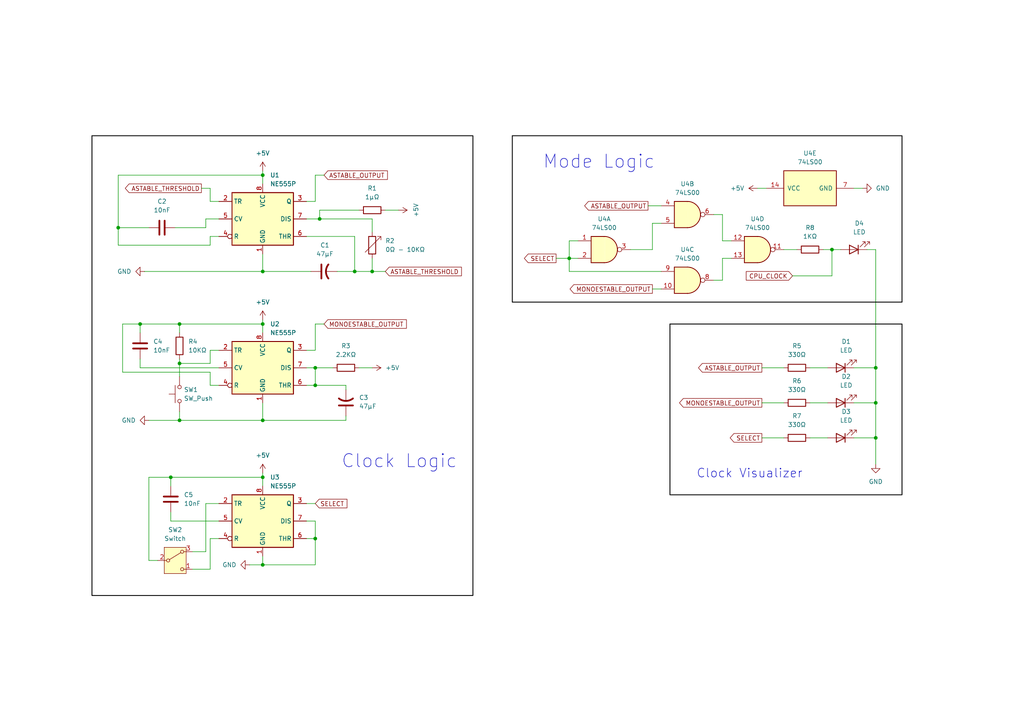
<source format=kicad_sch>
(kicad_sch
	(version 20250114)
	(generator "eeschema")
	(generator_version "9.0")
	(uuid "ec5eccd9-1922-4efb-95d8-b7c3ae8baab7")
	(paper "A4")
	(title_block
		(title "Clock Breadboard")
		(date "2025-08-30")
		(company "~ Sheñey")
		(comment 2 "frecuencia de este no debe de superar los 20MHz.")
		(comment 3 "* Puedes cambiar el NE555 en modo Astable por un oscilador de cristal, pero la")
	)
	(lib_symbols
		(symbol "74xx:74LS00"
			(pin_names
				(offset 1.016)
			)
			(exclude_from_sim no)
			(in_bom yes)
			(on_board yes)
			(property "Reference" "U"
				(at 0 1.27 0)
				(effects
					(font
						(size 1.27 1.27)
					)
				)
			)
			(property "Value" "74LS00"
				(at 0 -1.27 0)
				(effects
					(font
						(size 1.27 1.27)
					)
				)
			)
			(property "Footprint" ""
				(at 0 0 0)
				(effects
					(font
						(size 1.27 1.27)
					)
					(hide yes)
				)
			)
			(property "Datasheet" "http://www.ti.com/lit/gpn/sn74ls00"
				(at 0 0 0)
				(effects
					(font
						(size 1.27 1.27)
					)
					(hide yes)
				)
			)
			(property "Description" "quad 2-input NAND gate"
				(at 0 0 0)
				(effects
					(font
						(size 1.27 1.27)
					)
					(hide yes)
				)
			)
			(property "ki_locked" ""
				(at 0 0 0)
				(effects
					(font
						(size 1.27 1.27)
					)
				)
			)
			(property "ki_keywords" "TTL nand 2-input"
				(at 0 0 0)
				(effects
					(font
						(size 1.27 1.27)
					)
					(hide yes)
				)
			)
			(property "ki_fp_filters" "DIP*W7.62mm* SO14*"
				(at 0 0 0)
				(effects
					(font
						(size 1.27 1.27)
					)
					(hide yes)
				)
			)
			(symbol "74LS00_1_1"
				(arc
					(start 0 3.81)
					(mid 3.7934 0)
					(end 0 -3.81)
					(stroke
						(width 0.254)
						(type default)
					)
					(fill
						(type background)
					)
				)
				(polyline
					(pts
						(xy 0 3.81) (xy -3.81 3.81) (xy -3.81 -3.81) (xy 0 -3.81)
					)
					(stroke
						(width 0.254)
						(type default)
					)
					(fill
						(type background)
					)
				)
				(pin input line
					(at -7.62 2.54 0)
					(length 3.81)
					(name "~"
						(effects
							(font
								(size 1.27 1.27)
							)
						)
					)
					(number "1"
						(effects
							(font
								(size 1.27 1.27)
							)
						)
					)
				)
				(pin input line
					(at -7.62 -2.54 0)
					(length 3.81)
					(name "~"
						(effects
							(font
								(size 1.27 1.27)
							)
						)
					)
					(number "2"
						(effects
							(font
								(size 1.27 1.27)
							)
						)
					)
				)
				(pin output inverted
					(at 7.62 0 180)
					(length 3.81)
					(name "~"
						(effects
							(font
								(size 1.27 1.27)
							)
						)
					)
					(number "3"
						(effects
							(font
								(size 1.27 1.27)
							)
						)
					)
				)
			)
			(symbol "74LS00_1_2"
				(arc
					(start -3.81 3.81)
					(mid -2.589 0)
					(end -3.81 -3.81)
					(stroke
						(width 0.254)
						(type default)
					)
					(fill
						(type none)
					)
				)
				(polyline
					(pts
						(xy -3.81 3.81) (xy -0.635 3.81)
					)
					(stroke
						(width 0.254)
						(type default)
					)
					(fill
						(type background)
					)
				)
				(polyline
					(pts
						(xy -3.81 -3.81) (xy -0.635 -3.81)
					)
					(stroke
						(width 0.254)
						(type default)
					)
					(fill
						(type background)
					)
				)
				(arc
					(start 3.81 0)
					(mid 2.1855 -2.584)
					(end -0.6096 -3.81)
					(stroke
						(width 0.254)
						(type default)
					)
					(fill
						(type background)
					)
				)
				(arc
					(start -0.6096 3.81)
					(mid 2.1928 2.5924)
					(end 3.81 0)
					(stroke
						(width 0.254)
						(type default)
					)
					(fill
						(type background)
					)
				)
				(polyline
					(pts
						(xy -0.635 3.81) (xy -3.81 3.81) (xy -3.81 3.81) (xy -3.556 3.4036) (xy -3.0226 2.2606) (xy -2.6924 1.0414)
						(xy -2.6162 -0.254) (xy -2.7686 -1.4986) (xy -3.175 -2.7178) (xy -3.81 -3.81) (xy -3.81 -3.81)
						(xy -0.635 -3.81)
					)
					(stroke
						(width -25.4)
						(type default)
					)
					(fill
						(type background)
					)
				)
				(pin input inverted
					(at -7.62 2.54 0)
					(length 4.318)
					(name "~"
						(effects
							(font
								(size 1.27 1.27)
							)
						)
					)
					(number "1"
						(effects
							(font
								(size 1.27 1.27)
							)
						)
					)
				)
				(pin input inverted
					(at -7.62 -2.54 0)
					(length 4.318)
					(name "~"
						(effects
							(font
								(size 1.27 1.27)
							)
						)
					)
					(number "2"
						(effects
							(font
								(size 1.27 1.27)
							)
						)
					)
				)
				(pin output line
					(at 7.62 0 180)
					(length 3.81)
					(name "~"
						(effects
							(font
								(size 1.27 1.27)
							)
						)
					)
					(number "3"
						(effects
							(font
								(size 1.27 1.27)
							)
						)
					)
				)
			)
			(symbol "74LS00_2_1"
				(arc
					(start 0 3.81)
					(mid 3.7934 0)
					(end 0 -3.81)
					(stroke
						(width 0.254)
						(type default)
					)
					(fill
						(type background)
					)
				)
				(polyline
					(pts
						(xy 0 3.81) (xy -3.81 3.81) (xy -3.81 -3.81) (xy 0 -3.81)
					)
					(stroke
						(width 0.254)
						(type default)
					)
					(fill
						(type background)
					)
				)
				(pin input line
					(at -7.62 2.54 0)
					(length 3.81)
					(name "~"
						(effects
							(font
								(size 1.27 1.27)
							)
						)
					)
					(number "4"
						(effects
							(font
								(size 1.27 1.27)
							)
						)
					)
				)
				(pin input line
					(at -7.62 -2.54 0)
					(length 3.81)
					(name "~"
						(effects
							(font
								(size 1.27 1.27)
							)
						)
					)
					(number "5"
						(effects
							(font
								(size 1.27 1.27)
							)
						)
					)
				)
				(pin output inverted
					(at 7.62 0 180)
					(length 3.81)
					(name "~"
						(effects
							(font
								(size 1.27 1.27)
							)
						)
					)
					(number "6"
						(effects
							(font
								(size 1.27 1.27)
							)
						)
					)
				)
			)
			(symbol "74LS00_2_2"
				(arc
					(start -3.81 3.81)
					(mid -2.589 0)
					(end -3.81 -3.81)
					(stroke
						(width 0.254)
						(type default)
					)
					(fill
						(type none)
					)
				)
				(polyline
					(pts
						(xy -3.81 3.81) (xy -0.635 3.81)
					)
					(stroke
						(width 0.254)
						(type default)
					)
					(fill
						(type background)
					)
				)
				(polyline
					(pts
						(xy -3.81 -3.81) (xy -0.635 -3.81)
					)
					(stroke
						(width 0.254)
						(type default)
					)
					(fill
						(type background)
					)
				)
				(arc
					(start 3.81 0)
					(mid 2.1855 -2.584)
					(end -0.6096 -3.81)
					(stroke
						(width 0.254)
						(type default)
					)
					(fill
						(type background)
					)
				)
				(arc
					(start -0.6096 3.81)
					(mid 2.1928 2.5924)
					(end 3.81 0)
					(stroke
						(width 0.254)
						(type default)
					)
					(fill
						(type background)
					)
				)
				(polyline
					(pts
						(xy -0.635 3.81) (xy -3.81 3.81) (xy -3.81 3.81) (xy -3.556 3.4036) (xy -3.0226 2.2606) (xy -2.6924 1.0414)
						(xy -2.6162 -0.254) (xy -2.7686 -1.4986) (xy -3.175 -2.7178) (xy -3.81 -3.81) (xy -3.81 -3.81)
						(xy -0.635 -3.81)
					)
					(stroke
						(width -25.4)
						(type default)
					)
					(fill
						(type background)
					)
				)
				(pin input inverted
					(at -7.62 2.54 0)
					(length 4.318)
					(name "~"
						(effects
							(font
								(size 1.27 1.27)
							)
						)
					)
					(number "4"
						(effects
							(font
								(size 1.27 1.27)
							)
						)
					)
				)
				(pin input inverted
					(at -7.62 -2.54 0)
					(length 4.318)
					(name "~"
						(effects
							(font
								(size 1.27 1.27)
							)
						)
					)
					(number "5"
						(effects
							(font
								(size 1.27 1.27)
							)
						)
					)
				)
				(pin output line
					(at 7.62 0 180)
					(length 3.81)
					(name "~"
						(effects
							(font
								(size 1.27 1.27)
							)
						)
					)
					(number "6"
						(effects
							(font
								(size 1.27 1.27)
							)
						)
					)
				)
			)
			(symbol "74LS00_3_1"
				(arc
					(start 0 3.81)
					(mid 3.7934 0)
					(end 0 -3.81)
					(stroke
						(width 0.254)
						(type default)
					)
					(fill
						(type background)
					)
				)
				(polyline
					(pts
						(xy 0 3.81) (xy -3.81 3.81) (xy -3.81 -3.81) (xy 0 -3.81)
					)
					(stroke
						(width 0.254)
						(type default)
					)
					(fill
						(type background)
					)
				)
				(pin input line
					(at -7.62 2.54 0)
					(length 3.81)
					(name "~"
						(effects
							(font
								(size 1.27 1.27)
							)
						)
					)
					(number "9"
						(effects
							(font
								(size 1.27 1.27)
							)
						)
					)
				)
				(pin input line
					(at -7.62 -2.54 0)
					(length 3.81)
					(name "~"
						(effects
							(font
								(size 1.27 1.27)
							)
						)
					)
					(number "10"
						(effects
							(font
								(size 1.27 1.27)
							)
						)
					)
				)
				(pin output inverted
					(at 7.62 0 180)
					(length 3.81)
					(name "~"
						(effects
							(font
								(size 1.27 1.27)
							)
						)
					)
					(number "8"
						(effects
							(font
								(size 1.27 1.27)
							)
						)
					)
				)
			)
			(symbol "74LS00_3_2"
				(arc
					(start -3.81 3.81)
					(mid -2.589 0)
					(end -3.81 -3.81)
					(stroke
						(width 0.254)
						(type default)
					)
					(fill
						(type none)
					)
				)
				(polyline
					(pts
						(xy -3.81 3.81) (xy -0.635 3.81)
					)
					(stroke
						(width 0.254)
						(type default)
					)
					(fill
						(type background)
					)
				)
				(polyline
					(pts
						(xy -3.81 -3.81) (xy -0.635 -3.81)
					)
					(stroke
						(width 0.254)
						(type default)
					)
					(fill
						(type background)
					)
				)
				(arc
					(start 3.81 0)
					(mid 2.1855 -2.584)
					(end -0.6096 -3.81)
					(stroke
						(width 0.254)
						(type default)
					)
					(fill
						(type background)
					)
				)
				(arc
					(start -0.6096 3.81)
					(mid 2.1928 2.5924)
					(end 3.81 0)
					(stroke
						(width 0.254)
						(type default)
					)
					(fill
						(type background)
					)
				)
				(polyline
					(pts
						(xy -0.635 3.81) (xy -3.81 3.81) (xy -3.81 3.81) (xy -3.556 3.4036) (xy -3.0226 2.2606) (xy -2.6924 1.0414)
						(xy -2.6162 -0.254) (xy -2.7686 -1.4986) (xy -3.175 -2.7178) (xy -3.81 -3.81) (xy -3.81 -3.81)
						(xy -0.635 -3.81)
					)
					(stroke
						(width -25.4)
						(type default)
					)
					(fill
						(type background)
					)
				)
				(pin input inverted
					(at -7.62 2.54 0)
					(length 4.318)
					(name "~"
						(effects
							(font
								(size 1.27 1.27)
							)
						)
					)
					(number "9"
						(effects
							(font
								(size 1.27 1.27)
							)
						)
					)
				)
				(pin input inverted
					(at -7.62 -2.54 0)
					(length 4.318)
					(name "~"
						(effects
							(font
								(size 1.27 1.27)
							)
						)
					)
					(number "10"
						(effects
							(font
								(size 1.27 1.27)
							)
						)
					)
				)
				(pin output line
					(at 7.62 0 180)
					(length 3.81)
					(name "~"
						(effects
							(font
								(size 1.27 1.27)
							)
						)
					)
					(number "8"
						(effects
							(font
								(size 1.27 1.27)
							)
						)
					)
				)
			)
			(symbol "74LS00_4_1"
				(arc
					(start 0 3.81)
					(mid 3.7934 0)
					(end 0 -3.81)
					(stroke
						(width 0.254)
						(type default)
					)
					(fill
						(type background)
					)
				)
				(polyline
					(pts
						(xy 0 3.81) (xy -3.81 3.81) (xy -3.81 -3.81) (xy 0 -3.81)
					)
					(stroke
						(width 0.254)
						(type default)
					)
					(fill
						(type background)
					)
				)
				(pin input line
					(at -7.62 2.54 0)
					(length 3.81)
					(name "~"
						(effects
							(font
								(size 1.27 1.27)
							)
						)
					)
					(number "12"
						(effects
							(font
								(size 1.27 1.27)
							)
						)
					)
				)
				(pin input line
					(at -7.62 -2.54 0)
					(length 3.81)
					(name "~"
						(effects
							(font
								(size 1.27 1.27)
							)
						)
					)
					(number "13"
						(effects
							(font
								(size 1.27 1.27)
							)
						)
					)
				)
				(pin output inverted
					(at 7.62 0 180)
					(length 3.81)
					(name "~"
						(effects
							(font
								(size 1.27 1.27)
							)
						)
					)
					(number "11"
						(effects
							(font
								(size 1.27 1.27)
							)
						)
					)
				)
			)
			(symbol "74LS00_4_2"
				(arc
					(start -3.81 3.81)
					(mid -2.589 0)
					(end -3.81 -3.81)
					(stroke
						(width 0.254)
						(type default)
					)
					(fill
						(type none)
					)
				)
				(polyline
					(pts
						(xy -3.81 3.81) (xy -0.635 3.81)
					)
					(stroke
						(width 0.254)
						(type default)
					)
					(fill
						(type background)
					)
				)
				(polyline
					(pts
						(xy -3.81 -3.81) (xy -0.635 -3.81)
					)
					(stroke
						(width 0.254)
						(type default)
					)
					(fill
						(type background)
					)
				)
				(arc
					(start 3.81 0)
					(mid 2.1855 -2.584)
					(end -0.6096 -3.81)
					(stroke
						(width 0.254)
						(type default)
					)
					(fill
						(type background)
					)
				)
				(arc
					(start -0.6096 3.81)
					(mid 2.1928 2.5924)
					(end 3.81 0)
					(stroke
						(width 0.254)
						(type default)
					)
					(fill
						(type background)
					)
				)
				(polyline
					(pts
						(xy -0.635 3.81) (xy -3.81 3.81) (xy -3.81 3.81) (xy -3.556 3.4036) (xy -3.0226 2.2606) (xy -2.6924 1.0414)
						(xy -2.6162 -0.254) (xy -2.7686 -1.4986) (xy -3.175 -2.7178) (xy -3.81 -3.81) (xy -3.81 -3.81)
						(xy -0.635 -3.81)
					)
					(stroke
						(width -25.4)
						(type default)
					)
					(fill
						(type background)
					)
				)
				(pin input inverted
					(at -7.62 2.54 0)
					(length 4.318)
					(name "~"
						(effects
							(font
								(size 1.27 1.27)
							)
						)
					)
					(number "12"
						(effects
							(font
								(size 1.27 1.27)
							)
						)
					)
				)
				(pin input inverted
					(at -7.62 -2.54 0)
					(length 4.318)
					(name "~"
						(effects
							(font
								(size 1.27 1.27)
							)
						)
					)
					(number "13"
						(effects
							(font
								(size 1.27 1.27)
							)
						)
					)
				)
				(pin output line
					(at 7.62 0 180)
					(length 3.81)
					(name "~"
						(effects
							(font
								(size 1.27 1.27)
							)
						)
					)
					(number "11"
						(effects
							(font
								(size 1.27 1.27)
							)
						)
					)
				)
			)
			(symbol "74LS00_5_0"
				(pin power_in line
					(at 0 12.7 270)
					(length 5.08)
					(name "VCC"
						(effects
							(font
								(size 1.27 1.27)
							)
						)
					)
					(number "14"
						(effects
							(font
								(size 1.27 1.27)
							)
						)
					)
				)
				(pin power_in line
					(at 0 -12.7 90)
					(length 5.08)
					(name "GND"
						(effects
							(font
								(size 1.27 1.27)
							)
						)
					)
					(number "7"
						(effects
							(font
								(size 1.27 1.27)
							)
						)
					)
				)
			)
			(symbol "74LS00_5_1"
				(rectangle
					(start -5.08 7.62)
					(end 5.08 -7.62)
					(stroke
						(width 0.254)
						(type default)
					)
					(fill
						(type background)
					)
				)
			)
			(embedded_fonts no)
		)
		(symbol "Device:C"
			(pin_numbers
				(hide yes)
			)
			(pin_names
				(offset 0.254)
			)
			(exclude_from_sim no)
			(in_bom yes)
			(on_board yes)
			(property "Reference" "C"
				(at 0.635 2.54 0)
				(effects
					(font
						(size 1.27 1.27)
					)
					(justify left)
				)
			)
			(property "Value" "C"
				(at 0.635 -2.54 0)
				(effects
					(font
						(size 1.27 1.27)
					)
					(justify left)
				)
			)
			(property "Footprint" ""
				(at 0.9652 -3.81 0)
				(effects
					(font
						(size 1.27 1.27)
					)
					(hide yes)
				)
			)
			(property "Datasheet" "~"
				(at 0 0 0)
				(effects
					(font
						(size 1.27 1.27)
					)
					(hide yes)
				)
			)
			(property "Description" "Unpolarized capacitor"
				(at 0 0 0)
				(effects
					(font
						(size 1.27 1.27)
					)
					(hide yes)
				)
			)
			(property "ki_keywords" "cap capacitor"
				(at 0 0 0)
				(effects
					(font
						(size 1.27 1.27)
					)
					(hide yes)
				)
			)
			(property "ki_fp_filters" "C_*"
				(at 0 0 0)
				(effects
					(font
						(size 1.27 1.27)
					)
					(hide yes)
				)
			)
			(symbol "C_0_1"
				(polyline
					(pts
						(xy -2.032 0.762) (xy 2.032 0.762)
					)
					(stroke
						(width 0.508)
						(type default)
					)
					(fill
						(type none)
					)
				)
				(polyline
					(pts
						(xy -2.032 -0.762) (xy 2.032 -0.762)
					)
					(stroke
						(width 0.508)
						(type default)
					)
					(fill
						(type none)
					)
				)
			)
			(symbol "C_1_1"
				(pin passive line
					(at 0 3.81 270)
					(length 2.794)
					(name "~"
						(effects
							(font
								(size 1.27 1.27)
							)
						)
					)
					(number "1"
						(effects
							(font
								(size 1.27 1.27)
							)
						)
					)
				)
				(pin passive line
					(at 0 -3.81 90)
					(length 2.794)
					(name "~"
						(effects
							(font
								(size 1.27 1.27)
							)
						)
					)
					(number "2"
						(effects
							(font
								(size 1.27 1.27)
							)
						)
					)
				)
			)
			(embedded_fonts no)
		)
		(symbol "Device:C_US"
			(pin_numbers
				(hide yes)
			)
			(pin_names
				(offset 0.254)
				(hide yes)
			)
			(exclude_from_sim no)
			(in_bom yes)
			(on_board yes)
			(property "Reference" "C"
				(at 0.635 2.54 0)
				(effects
					(font
						(size 1.27 1.27)
					)
					(justify left)
				)
			)
			(property "Value" "C_US"
				(at 0.635 -2.54 0)
				(effects
					(font
						(size 1.27 1.27)
					)
					(justify left)
				)
			)
			(property "Footprint" ""
				(at 0 0 0)
				(effects
					(font
						(size 1.27 1.27)
					)
					(hide yes)
				)
			)
			(property "Datasheet" ""
				(at 0 0 0)
				(effects
					(font
						(size 1.27 1.27)
					)
					(hide yes)
				)
			)
			(property "Description" "capacitor, US symbol"
				(at 0 0 0)
				(effects
					(font
						(size 1.27 1.27)
					)
					(hide yes)
				)
			)
			(property "ki_keywords" "cap capacitor"
				(at 0 0 0)
				(effects
					(font
						(size 1.27 1.27)
					)
					(hide yes)
				)
			)
			(property "ki_fp_filters" "C_*"
				(at 0 0 0)
				(effects
					(font
						(size 1.27 1.27)
					)
					(hide yes)
				)
			)
			(symbol "C_US_0_1"
				(polyline
					(pts
						(xy -2.032 0.762) (xy 2.032 0.762)
					)
					(stroke
						(width 0.508)
						(type default)
					)
					(fill
						(type none)
					)
				)
				(arc
					(start -2.032 -1.27)
					(mid 0 -0.5572)
					(end 2.032 -1.27)
					(stroke
						(width 0.508)
						(type default)
					)
					(fill
						(type none)
					)
				)
			)
			(symbol "C_US_1_1"
				(pin passive line
					(at 0 3.81 270)
					(length 2.794)
					(name "~"
						(effects
							(font
								(size 1.27 1.27)
							)
						)
					)
					(number "1"
						(effects
							(font
								(size 1.27 1.27)
							)
						)
					)
				)
				(pin passive line
					(at 0 -3.81 90)
					(length 3.302)
					(name "~"
						(effects
							(font
								(size 1.27 1.27)
							)
						)
					)
					(number "2"
						(effects
							(font
								(size 1.27 1.27)
							)
						)
					)
				)
			)
			(embedded_fonts no)
		)
		(symbol "Device:LED"
			(pin_numbers
				(hide yes)
			)
			(pin_names
				(offset 1.016)
				(hide yes)
			)
			(exclude_from_sim no)
			(in_bom yes)
			(on_board yes)
			(property "Reference" "D"
				(at 0 2.54 0)
				(effects
					(font
						(size 1.27 1.27)
					)
				)
			)
			(property "Value" "LED"
				(at 0 -2.54 0)
				(effects
					(font
						(size 1.27 1.27)
					)
				)
			)
			(property "Footprint" ""
				(at 0 0 0)
				(effects
					(font
						(size 1.27 1.27)
					)
					(hide yes)
				)
			)
			(property "Datasheet" "~"
				(at 0 0 0)
				(effects
					(font
						(size 1.27 1.27)
					)
					(hide yes)
				)
			)
			(property "Description" "Light emitting diode"
				(at 0 0 0)
				(effects
					(font
						(size 1.27 1.27)
					)
					(hide yes)
				)
			)
			(property "Sim.Pins" "1=K 2=A"
				(at 0 0 0)
				(effects
					(font
						(size 1.27 1.27)
					)
					(hide yes)
				)
			)
			(property "ki_keywords" "LED diode"
				(at 0 0 0)
				(effects
					(font
						(size 1.27 1.27)
					)
					(hide yes)
				)
			)
			(property "ki_fp_filters" "LED* LED_SMD:* LED_THT:*"
				(at 0 0 0)
				(effects
					(font
						(size 1.27 1.27)
					)
					(hide yes)
				)
			)
			(symbol "LED_0_1"
				(polyline
					(pts
						(xy -3.048 -0.762) (xy -4.572 -2.286) (xy -3.81 -2.286) (xy -4.572 -2.286) (xy -4.572 -1.524)
					)
					(stroke
						(width 0)
						(type default)
					)
					(fill
						(type none)
					)
				)
				(polyline
					(pts
						(xy -1.778 -0.762) (xy -3.302 -2.286) (xy -2.54 -2.286) (xy -3.302 -2.286) (xy -3.302 -1.524)
					)
					(stroke
						(width 0)
						(type default)
					)
					(fill
						(type none)
					)
				)
				(polyline
					(pts
						(xy -1.27 0) (xy 1.27 0)
					)
					(stroke
						(width 0)
						(type default)
					)
					(fill
						(type none)
					)
				)
				(polyline
					(pts
						(xy -1.27 -1.27) (xy -1.27 1.27)
					)
					(stroke
						(width 0.254)
						(type default)
					)
					(fill
						(type none)
					)
				)
				(polyline
					(pts
						(xy 1.27 -1.27) (xy 1.27 1.27) (xy -1.27 0) (xy 1.27 -1.27)
					)
					(stroke
						(width 0.254)
						(type default)
					)
					(fill
						(type none)
					)
				)
			)
			(symbol "LED_1_1"
				(pin passive line
					(at -3.81 0 0)
					(length 2.54)
					(name "K"
						(effects
							(font
								(size 1.27 1.27)
							)
						)
					)
					(number "1"
						(effects
							(font
								(size 1.27 1.27)
							)
						)
					)
				)
				(pin passive line
					(at 3.81 0 180)
					(length 2.54)
					(name "A"
						(effects
							(font
								(size 1.27 1.27)
							)
						)
					)
					(number "2"
						(effects
							(font
								(size 1.27 1.27)
							)
						)
					)
				)
			)
			(embedded_fonts no)
		)
		(symbol "Device:R"
			(pin_numbers
				(hide yes)
			)
			(pin_names
				(offset 0)
			)
			(exclude_from_sim no)
			(in_bom yes)
			(on_board yes)
			(property "Reference" "R"
				(at 2.032 0 90)
				(effects
					(font
						(size 1.27 1.27)
					)
				)
			)
			(property "Value" "R"
				(at 0 0 90)
				(effects
					(font
						(size 1.27 1.27)
					)
				)
			)
			(property "Footprint" ""
				(at -1.778 0 90)
				(effects
					(font
						(size 1.27 1.27)
					)
					(hide yes)
				)
			)
			(property "Datasheet" "~"
				(at 0 0 0)
				(effects
					(font
						(size 1.27 1.27)
					)
					(hide yes)
				)
			)
			(property "Description" "Resistor"
				(at 0 0 0)
				(effects
					(font
						(size 1.27 1.27)
					)
					(hide yes)
				)
			)
			(property "ki_keywords" "R res resistor"
				(at 0 0 0)
				(effects
					(font
						(size 1.27 1.27)
					)
					(hide yes)
				)
			)
			(property "ki_fp_filters" "R_*"
				(at 0 0 0)
				(effects
					(font
						(size 1.27 1.27)
					)
					(hide yes)
				)
			)
			(symbol "R_0_1"
				(rectangle
					(start -1.016 -2.54)
					(end 1.016 2.54)
					(stroke
						(width 0.254)
						(type default)
					)
					(fill
						(type none)
					)
				)
			)
			(symbol "R_1_1"
				(pin passive line
					(at 0 3.81 270)
					(length 1.27)
					(name "~"
						(effects
							(font
								(size 1.27 1.27)
							)
						)
					)
					(number "1"
						(effects
							(font
								(size 1.27 1.27)
							)
						)
					)
				)
				(pin passive line
					(at 0 -3.81 90)
					(length 1.27)
					(name "~"
						(effects
							(font
								(size 1.27 1.27)
							)
						)
					)
					(number "2"
						(effects
							(font
								(size 1.27 1.27)
							)
						)
					)
				)
			)
			(embedded_fonts no)
		)
		(symbol "Device:R_Variable"
			(pin_numbers
				(hide yes)
			)
			(pin_names
				(offset 0)
			)
			(exclude_from_sim no)
			(in_bom yes)
			(on_board yes)
			(property "Reference" "R"
				(at 2.54 -2.54 90)
				(effects
					(font
						(size 1.27 1.27)
					)
					(justify left)
				)
			)
			(property "Value" "R_Variable"
				(at -2.54 -1.27 90)
				(effects
					(font
						(size 1.27 1.27)
					)
					(justify left)
				)
			)
			(property "Footprint" ""
				(at -1.778 0 90)
				(effects
					(font
						(size 1.27 1.27)
					)
					(hide yes)
				)
			)
			(property "Datasheet" "~"
				(at 0 0 0)
				(effects
					(font
						(size 1.27 1.27)
					)
					(hide yes)
				)
			)
			(property "Description" "Variable resistor"
				(at 0 0 0)
				(effects
					(font
						(size 1.27 1.27)
					)
					(hide yes)
				)
			)
			(property "ki_keywords" "R res resistor variable potentiometer rheostat"
				(at 0 0 0)
				(effects
					(font
						(size 1.27 1.27)
					)
					(hide yes)
				)
			)
			(property "ki_fp_filters" "R_*"
				(at 0 0 0)
				(effects
					(font
						(size 1.27 1.27)
					)
					(hide yes)
				)
			)
			(symbol "R_Variable_0_1"
				(rectangle
					(start -1.016 -2.54)
					(end 1.016 2.54)
					(stroke
						(width 0.254)
						(type default)
					)
					(fill
						(type none)
					)
				)
				(polyline
					(pts
						(xy 2.54 1.524) (xy 2.54 2.54) (xy 1.524 2.54) (xy 2.54 2.54) (xy -2.032 -2.032)
					)
					(stroke
						(width 0)
						(type default)
					)
					(fill
						(type none)
					)
				)
			)
			(symbol "R_Variable_1_1"
				(pin passive line
					(at 0 3.81 270)
					(length 1.27)
					(name "~"
						(effects
							(font
								(size 1.27 1.27)
							)
						)
					)
					(number "1"
						(effects
							(font
								(size 1.27 1.27)
							)
						)
					)
				)
				(pin passive line
					(at 0 -3.81 90)
					(length 1.27)
					(name "~"
						(effects
							(font
								(size 1.27 1.27)
							)
						)
					)
					(number "2"
						(effects
							(font
								(size 1.27 1.27)
							)
						)
					)
				)
			)
			(embedded_fonts no)
		)
		(symbol "Switch:SW_Nidec_CAS-120A1"
			(pin_names
				(offset 1)
				(hide yes)
			)
			(exclude_from_sim no)
			(in_bom yes)
			(on_board yes)
			(property "Reference" "SW"
				(at 0 4.318 0)
				(effects
					(font
						(size 1.27 1.27)
					)
				)
			)
			(property "Value" "SW_Nidec_CAS-120A1"
				(at 0 -5.08 0)
				(effects
					(font
						(size 1.27 1.27)
					)
				)
			)
			(property "Footprint" "Button_Switch_SMD:Nidec_Copal_CAS-120A"
				(at 0 -10.16 0)
				(effects
					(font
						(size 1.27 1.27)
					)
					(hide yes)
				)
			)
			(property "Datasheet" "https://www.nidec-components.com/e/catalog/switch/cas.pdf"
				(at 0 -7.62 0)
				(effects
					(font
						(size 1.27 1.27)
					)
					(hide yes)
				)
			)
			(property "Description" "Switch, single pole double throw"
				(at 0 0 0)
				(effects
					(font
						(size 1.27 1.27)
					)
					(hide yes)
				)
			)
			(property "ki_keywords" "switch single-pole double-throw spdt ON-ON"
				(at 0 0 0)
				(effects
					(font
						(size 1.27 1.27)
					)
					(hide yes)
				)
			)
			(property "ki_fp_filters" "*Nidec?Copal?CAS?120A*"
				(at 0 0 0)
				(effects
					(font
						(size 1.27 1.27)
					)
					(hide yes)
				)
			)
			(symbol "SW_Nidec_CAS-120A1_0_1"
				(circle
					(center -2.032 0)
					(radius 0.4572)
					(stroke
						(width 0)
						(type default)
					)
					(fill
						(type none)
					)
				)
				(polyline
					(pts
						(xy -1.651 0.254) (xy 1.651 2.286)
					)
					(stroke
						(width 0)
						(type default)
					)
					(fill
						(type none)
					)
				)
				(circle
					(center 2.032 2.54)
					(radius 0.4572)
					(stroke
						(width 0)
						(type default)
					)
					(fill
						(type none)
					)
				)
				(circle
					(center 2.032 -2.54)
					(radius 0.4572)
					(stroke
						(width 0)
						(type default)
					)
					(fill
						(type none)
					)
				)
			)
			(symbol "SW_Nidec_CAS-120A1_1_1"
				(rectangle
					(start -3.175 3.81)
					(end 3.175 -3.81)
					(stroke
						(width 0)
						(type default)
					)
					(fill
						(type background)
					)
				)
				(pin passive line
					(at -5.08 0 0)
					(length 2.54)
					(name "B"
						(effects
							(font
								(size 1.27 1.27)
							)
						)
					)
					(number "2"
						(effects
							(font
								(size 1.27 1.27)
							)
						)
					)
				)
				(pin passive line
					(at 5.08 2.54 180)
					(length 2.54)
					(name "A"
						(effects
							(font
								(size 1.27 1.27)
							)
						)
					)
					(number "3"
						(effects
							(font
								(size 1.27 1.27)
							)
						)
					)
				)
				(pin passive line
					(at 5.08 -2.54 180)
					(length 2.54)
					(name "C"
						(effects
							(font
								(size 1.27 1.27)
							)
						)
					)
					(number "1"
						(effects
							(font
								(size 1.27 1.27)
							)
						)
					)
				)
			)
			(embedded_fonts no)
		)
		(symbol "Switch:SW_Push"
			(pin_numbers
				(hide yes)
			)
			(pin_names
				(offset 1.016)
				(hide yes)
			)
			(exclude_from_sim no)
			(in_bom yes)
			(on_board yes)
			(property "Reference" "SW"
				(at 1.27 2.54 0)
				(effects
					(font
						(size 1.27 1.27)
					)
					(justify left)
				)
			)
			(property "Value" "SW_Push"
				(at 0 -1.524 0)
				(effects
					(font
						(size 1.27 1.27)
					)
				)
			)
			(property "Footprint" ""
				(at 0 5.08 0)
				(effects
					(font
						(size 1.27 1.27)
					)
					(hide yes)
				)
			)
			(property "Datasheet" "~"
				(at 0 5.08 0)
				(effects
					(font
						(size 1.27 1.27)
					)
					(hide yes)
				)
			)
			(property "Description" "Push button switch, generic, two pins"
				(at 0 0 0)
				(effects
					(font
						(size 1.27 1.27)
					)
					(hide yes)
				)
			)
			(property "ki_keywords" "switch normally-open pushbutton push-button"
				(at 0 0 0)
				(effects
					(font
						(size 1.27 1.27)
					)
					(hide yes)
				)
			)
			(symbol "SW_Push_0_1"
				(circle
					(center -2.032 0)
					(radius 0.508)
					(stroke
						(width 0)
						(type default)
					)
					(fill
						(type none)
					)
				)
				(polyline
					(pts
						(xy 0 1.27) (xy 0 3.048)
					)
					(stroke
						(width 0)
						(type default)
					)
					(fill
						(type none)
					)
				)
				(circle
					(center 2.032 0)
					(radius 0.508)
					(stroke
						(width 0)
						(type default)
					)
					(fill
						(type none)
					)
				)
				(polyline
					(pts
						(xy 2.54 1.27) (xy -2.54 1.27)
					)
					(stroke
						(width 0)
						(type default)
					)
					(fill
						(type none)
					)
				)
				(pin passive line
					(at -5.08 0 0)
					(length 2.54)
					(name "1"
						(effects
							(font
								(size 1.27 1.27)
							)
						)
					)
					(number "1"
						(effects
							(font
								(size 1.27 1.27)
							)
						)
					)
				)
				(pin passive line
					(at 5.08 0 180)
					(length 2.54)
					(name "2"
						(effects
							(font
								(size 1.27 1.27)
							)
						)
					)
					(number "2"
						(effects
							(font
								(size 1.27 1.27)
							)
						)
					)
				)
			)
			(embedded_fonts no)
		)
		(symbol "Timer:NE555P"
			(exclude_from_sim no)
			(in_bom yes)
			(on_board yes)
			(property "Reference" "U"
				(at -10.16 8.89 0)
				(effects
					(font
						(size 1.27 1.27)
					)
					(justify left)
				)
			)
			(property "Value" "NE555P"
				(at 2.54 8.89 0)
				(effects
					(font
						(size 1.27 1.27)
					)
					(justify left)
				)
			)
			(property "Footprint" "Package_DIP:DIP-8_W7.62mm"
				(at 16.51 -10.16 0)
				(effects
					(font
						(size 1.27 1.27)
					)
					(hide yes)
				)
			)
			(property "Datasheet" "http://www.ti.com/lit/ds/symlink/ne555.pdf"
				(at 21.59 -10.16 0)
				(effects
					(font
						(size 1.27 1.27)
					)
					(hide yes)
				)
			)
			(property "Description" "Precision Timers, 555 compatible,  PDIP-8"
				(at 0 0 0)
				(effects
					(font
						(size 1.27 1.27)
					)
					(hide yes)
				)
			)
			(property "ki_keywords" "single timer 555"
				(at 0 0 0)
				(effects
					(font
						(size 1.27 1.27)
					)
					(hide yes)
				)
			)
			(property "ki_fp_filters" "DIP*W7.62mm*"
				(at 0 0 0)
				(effects
					(font
						(size 1.27 1.27)
					)
					(hide yes)
				)
			)
			(symbol "NE555P_0_0"
				(pin power_in line
					(at 0 10.16 270)
					(length 2.54)
					(name "VCC"
						(effects
							(font
								(size 1.27 1.27)
							)
						)
					)
					(number "8"
						(effects
							(font
								(size 1.27 1.27)
							)
						)
					)
				)
				(pin power_in line
					(at 0 -10.16 90)
					(length 2.54)
					(name "GND"
						(effects
							(font
								(size 1.27 1.27)
							)
						)
					)
					(number "1"
						(effects
							(font
								(size 1.27 1.27)
							)
						)
					)
				)
			)
			(symbol "NE555P_0_1"
				(rectangle
					(start -8.89 -7.62)
					(end 8.89 7.62)
					(stroke
						(width 0.254)
						(type default)
					)
					(fill
						(type background)
					)
				)
				(rectangle
					(start -8.89 -7.62)
					(end 8.89 7.62)
					(stroke
						(width 0.254)
						(type default)
					)
					(fill
						(type background)
					)
				)
			)
			(symbol "NE555P_1_1"
				(pin input line
					(at -12.7 5.08 0)
					(length 3.81)
					(name "TR"
						(effects
							(font
								(size 1.27 1.27)
							)
						)
					)
					(number "2"
						(effects
							(font
								(size 1.27 1.27)
							)
						)
					)
				)
				(pin input line
					(at -12.7 0 0)
					(length 3.81)
					(name "CV"
						(effects
							(font
								(size 1.27 1.27)
							)
						)
					)
					(number "5"
						(effects
							(font
								(size 1.27 1.27)
							)
						)
					)
				)
				(pin input inverted
					(at -12.7 -5.08 0)
					(length 3.81)
					(name "R"
						(effects
							(font
								(size 1.27 1.27)
							)
						)
					)
					(number "4"
						(effects
							(font
								(size 1.27 1.27)
							)
						)
					)
				)
				(pin output line
					(at 12.7 5.08 180)
					(length 3.81)
					(name "Q"
						(effects
							(font
								(size 1.27 1.27)
							)
						)
					)
					(number "3"
						(effects
							(font
								(size 1.27 1.27)
							)
						)
					)
				)
				(pin input line
					(at 12.7 0 180)
					(length 3.81)
					(name "DIS"
						(effects
							(font
								(size 1.27 1.27)
							)
						)
					)
					(number "7"
						(effects
							(font
								(size 1.27 1.27)
							)
						)
					)
				)
				(pin input line
					(at 12.7 -5.08 180)
					(length 3.81)
					(name "THR"
						(effects
							(font
								(size 1.27 1.27)
							)
						)
					)
					(number "6"
						(effects
							(font
								(size 1.27 1.27)
							)
						)
					)
				)
			)
			(embedded_fonts no)
		)
		(symbol "power:+5V"
			(power)
			(pin_numbers
				(hide yes)
			)
			(pin_names
				(offset 0)
				(hide yes)
			)
			(exclude_from_sim no)
			(in_bom yes)
			(on_board yes)
			(property "Reference" "#PWR"
				(at 0 -3.81 0)
				(effects
					(font
						(size 1.27 1.27)
					)
					(hide yes)
				)
			)
			(property "Value" "+5V"
				(at 0 3.556 0)
				(effects
					(font
						(size 1.27 1.27)
					)
				)
			)
			(property "Footprint" ""
				(at 0 0 0)
				(effects
					(font
						(size 1.27 1.27)
					)
					(hide yes)
				)
			)
			(property "Datasheet" ""
				(at 0 0 0)
				(effects
					(font
						(size 1.27 1.27)
					)
					(hide yes)
				)
			)
			(property "Description" "Power symbol creates a global label with name \"+5V\""
				(at 0 0 0)
				(effects
					(font
						(size 1.27 1.27)
					)
					(hide yes)
				)
			)
			(property "ki_keywords" "global power"
				(at 0 0 0)
				(effects
					(font
						(size 1.27 1.27)
					)
					(hide yes)
				)
			)
			(symbol "+5V_0_1"
				(polyline
					(pts
						(xy -0.762 1.27) (xy 0 2.54)
					)
					(stroke
						(width 0)
						(type default)
					)
					(fill
						(type none)
					)
				)
				(polyline
					(pts
						(xy 0 2.54) (xy 0.762 1.27)
					)
					(stroke
						(width 0)
						(type default)
					)
					(fill
						(type none)
					)
				)
				(polyline
					(pts
						(xy 0 0) (xy 0 2.54)
					)
					(stroke
						(width 0)
						(type default)
					)
					(fill
						(type none)
					)
				)
			)
			(symbol "+5V_1_1"
				(pin power_in line
					(at 0 0 90)
					(length 0)
					(name "~"
						(effects
							(font
								(size 1.27 1.27)
							)
						)
					)
					(number "1"
						(effects
							(font
								(size 1.27 1.27)
							)
						)
					)
				)
			)
			(embedded_fonts no)
		)
		(symbol "power:GND"
			(power)
			(pin_numbers
				(hide yes)
			)
			(pin_names
				(offset 0)
				(hide yes)
			)
			(exclude_from_sim no)
			(in_bom yes)
			(on_board yes)
			(property "Reference" "#PWR"
				(at 0 -6.35 0)
				(effects
					(font
						(size 1.27 1.27)
					)
					(hide yes)
				)
			)
			(property "Value" "GND"
				(at 0 -3.81 0)
				(effects
					(font
						(size 1.27 1.27)
					)
				)
			)
			(property "Footprint" ""
				(at 0 0 0)
				(effects
					(font
						(size 1.27 1.27)
					)
					(hide yes)
				)
			)
			(property "Datasheet" ""
				(at 0 0 0)
				(effects
					(font
						(size 1.27 1.27)
					)
					(hide yes)
				)
			)
			(property "Description" "Power symbol creates a global label with name \"GND\" , ground"
				(at 0 0 0)
				(effects
					(font
						(size 1.27 1.27)
					)
					(hide yes)
				)
			)
			(property "ki_keywords" "global power"
				(at 0 0 0)
				(effects
					(font
						(size 1.27 1.27)
					)
					(hide yes)
				)
			)
			(symbol "GND_0_1"
				(polyline
					(pts
						(xy 0 0) (xy 0 -1.27) (xy 1.27 -1.27) (xy 0 -2.54) (xy -1.27 -1.27) (xy 0 -1.27)
					)
					(stroke
						(width 0)
						(type default)
					)
					(fill
						(type none)
					)
				)
			)
			(symbol "GND_1_1"
				(pin power_in line
					(at 0 0 270)
					(length 0)
					(name "~"
						(effects
							(font
								(size 1.27 1.27)
							)
						)
					)
					(number "1"
						(effects
							(font
								(size 1.27 1.27)
							)
						)
					)
				)
			)
			(embedded_fonts no)
		)
	)
	(rectangle
		(start 26.67 39.37)
		(end 137.16 172.72)
		(stroke
			(width 0.254)
			(type default)
			(color 0 0 0 1)
		)
		(fill
			(type none)
		)
		(uuid 3a8882be-8e7a-4b9d-a528-637886be3915)
	)
	(rectangle
		(start 148.59 39.37)
		(end 261.62 87.63)
		(stroke
			(width 0.254)
			(type default)
			(color 0 0 0 1)
		)
		(fill
			(type none)
		)
		(uuid d85c79e8-51aa-4365-8734-88aa464cedd4)
	)
	(rectangle
		(start 194.31 93.98)
		(end 261.62 143.51)
		(stroke
			(width 0.254)
			(type default)
			(color 0 0 0 1)
		)
		(fill
			(type none)
		)
		(uuid e770e966-1434-42b5-889b-ea67503d2cc0)
	)
	(text "Mode Logic"
		(exclude_from_sim no)
		(at 173.736 46.99 0)
		(effects
			(font
				(size 3.81 3.81)
			)
		)
		(uuid "5a2edd03-69bd-45cf-965b-bd2b27510a63")
	)
	(text "Clock Visualizer"
		(exclude_from_sim no)
		(at 217.424 137.414 0)
		(effects
			(font
				(size 2.54 2.54)
			)
		)
		(uuid "9e2b3326-c1de-4716-8e84-9b91fdb8f058")
	)
	(text "Clock Logic\n"
		(exclude_from_sim no)
		(at 115.824 133.858 0)
		(effects
			(font
				(size 3.81 3.81)
			)
		)
		(uuid "f3d1c4ee-ccbd-43f2-b1f3-bcf56b882c89")
	)
	(junction
		(at 76.2 163.83)
		(diameter 0)
		(color 0 0 0 0)
		(uuid "06efbb54-29ae-4944-a16c-4d5d80099add")
	)
	(junction
		(at 52.07 105.41)
		(diameter 0)
		(color 0 0 0 0)
		(uuid "226c98ca-ddee-4378-b9ab-ae8bf843feac")
	)
	(junction
		(at 254 116.84)
		(diameter 0)
		(color 0 0 0 0)
		(uuid "2dd5a7d1-bf28-44d0-b939-07b59b8d01a2")
	)
	(junction
		(at 76.2 93.98)
		(diameter 0)
		(color 0 0 0 0)
		(uuid "3b579d01-7b7f-4f7e-817c-1adbee502521")
	)
	(junction
		(at 34.29 66.04)
		(diameter 0)
		(color 0 0 0 0)
		(uuid "3bc00ef3-5fec-4797-bef4-2793d6602187")
	)
	(junction
		(at 102.87 78.74)
		(diameter 0)
		(color 0 0 0 0)
		(uuid "495f982a-e5b0-4bbb-aba4-f94815ba8298")
	)
	(junction
		(at 92.71 63.5)
		(diameter 0)
		(color 0 0 0 0)
		(uuid "51d82337-ccc4-49fa-8a39-8ff864dbad9c")
	)
	(junction
		(at 76.2 78.74)
		(diameter 0)
		(color 0 0 0 0)
		(uuid "54144b9c-6236-446d-85ff-6b94e87e95bc")
	)
	(junction
		(at 254 127)
		(diameter 0)
		(color 0 0 0 0)
		(uuid "67ab4455-6bcc-4093-ab46-274623b6a9c2")
	)
	(junction
		(at 76.2 138.43)
		(diameter 0)
		(color 0 0 0 0)
		(uuid "7ba1065c-5063-4d2a-8e80-91d9384764c5")
	)
	(junction
		(at 40.64 93.98)
		(diameter 0)
		(color 0 0 0 0)
		(uuid "855724c7-db76-4cae-a061-06af1390c647")
	)
	(junction
		(at 91.44 156.21)
		(diameter 0)
		(color 0 0 0 0)
		(uuid "85ee62e9-66b5-46c1-9573-c47ef7d9eb7b")
	)
	(junction
		(at 91.44 106.68)
		(diameter 0)
		(color 0 0 0 0)
		(uuid "8bf41a9d-5fc4-4ca8-9020-ee60e7eff718")
	)
	(junction
		(at 76.2 121.92)
		(diameter 0)
		(color 0 0 0 0)
		(uuid "a2eb710c-e7f5-4c9a-bdca-c4e8d5b45b45")
	)
	(junction
		(at 76.2 50.8)
		(diameter 0)
		(color 0 0 0 0)
		(uuid "a50ea4af-2ee5-44ec-a0d6-973ab2cf8324")
	)
	(junction
		(at 165.1 74.93)
		(diameter 0)
		(color 0 0 0 0)
		(uuid "acf07db3-1c32-4232-9f5a-eeede1d281fa")
	)
	(junction
		(at 254 106.68)
		(diameter 0)
		(color 0 0 0 0)
		(uuid "bd2f0580-351f-4548-b70b-11c7c63a9adf")
	)
	(junction
		(at 49.53 138.43)
		(diameter 0)
		(color 0 0 0 0)
		(uuid "cdf481fe-992e-44e7-8361-730b7d789d95")
	)
	(junction
		(at 241.3 72.39)
		(diameter 0)
		(color 0 0 0 0)
		(uuid "d041a9f0-6ee1-44fb-8faf-0de9aa396722")
	)
	(junction
		(at 52.07 93.98)
		(diameter 0)
		(color 0 0 0 0)
		(uuid "d100fac1-c71a-4f2f-bd70-fb14c971e184")
	)
	(junction
		(at 91.44 111.76)
		(diameter 0)
		(color 0 0 0 0)
		(uuid "e549f130-3459-4c3c-9c7b-33ed2f8eaa04")
	)
	(junction
		(at 52.07 121.92)
		(diameter 0)
		(color 0 0 0 0)
		(uuid "e71c30fe-82b2-44b0-9ea8-206e4747197a")
	)
	(junction
		(at 107.95 78.74)
		(diameter 0)
		(color 0 0 0 0)
		(uuid "fbf29a30-85af-45b8-a42e-7c6230330cba")
	)
	(wire
		(pts
			(xy 88.9 58.42) (xy 91.44 58.42)
		)
		(stroke
			(width 0)
			(type default)
		)
		(uuid "005cb427-0b35-484f-84db-3200e3b8648c")
	)
	(wire
		(pts
			(xy 52.07 93.98) (xy 76.2 93.98)
		)
		(stroke
			(width 0)
			(type default)
		)
		(uuid "0218be10-7ca1-466f-9412-947bdf364365")
	)
	(wire
		(pts
			(xy 88.9 156.21) (xy 91.44 156.21)
		)
		(stroke
			(width 0)
			(type default)
		)
		(uuid "036938cb-e3cd-4d0e-bfac-bffcfe50a00a")
	)
	(wire
		(pts
			(xy 102.87 78.74) (xy 107.95 78.74)
		)
		(stroke
			(width 0)
			(type default)
		)
		(uuid "0553cadb-e621-49cb-aa99-c57877f2a9b4")
	)
	(wire
		(pts
			(xy 49.53 148.59) (xy 49.53 151.13)
		)
		(stroke
			(width 0)
			(type default)
		)
		(uuid "082cdc2c-7f42-4eac-b7de-d22a00921598")
	)
	(wire
		(pts
			(xy 76.2 49.53) (xy 76.2 50.8)
		)
		(stroke
			(width 0)
			(type default)
		)
		(uuid "0f81d788-600f-4115-957f-ac2c19cd30ea")
	)
	(wire
		(pts
			(xy 76.2 73.66) (xy 76.2 78.74)
		)
		(stroke
			(width 0)
			(type default)
		)
		(uuid "0f9ca1f2-0c8f-442f-b5fb-91caa1956d6b")
	)
	(wire
		(pts
			(xy 97.79 78.74) (xy 102.87 78.74)
		)
		(stroke
			(width 0)
			(type default)
		)
		(uuid "1192e311-1925-44a1-a7cc-d442a980e73e")
	)
	(wire
		(pts
			(xy 76.2 93.98) (xy 76.2 96.52)
		)
		(stroke
			(width 0)
			(type default)
		)
		(uuid "12f84b3d-47f5-49c1-8ab2-da60f96144ee")
	)
	(wire
		(pts
			(xy 102.87 68.58) (xy 102.87 78.74)
		)
		(stroke
			(width 0)
			(type default)
		)
		(uuid "143713b2-5fa5-4e91-bce9-3730dab4a373")
	)
	(wire
		(pts
			(xy 111.76 60.96) (xy 115.57 60.96)
		)
		(stroke
			(width 0)
			(type default)
		)
		(uuid "1440a7fe-0e07-4e15-8c5f-550cb0419fa3")
	)
	(wire
		(pts
			(xy 91.44 111.76) (xy 100.33 111.76)
		)
		(stroke
			(width 0)
			(type default)
		)
		(uuid "158cfe59-4730-42c2-a735-f1e02e1f89cd")
	)
	(wire
		(pts
			(xy 254 106.68) (xy 254 116.84)
		)
		(stroke
			(width 0)
			(type default)
		)
		(uuid "15ed153d-8b45-44ba-918f-5044a55c68f1")
	)
	(wire
		(pts
			(xy 238.76 72.39) (xy 241.3 72.39)
		)
		(stroke
			(width 0)
			(type default)
		)
		(uuid "181126e8-5577-40dc-a5c1-f3454bb5e009")
	)
	(wire
		(pts
			(xy 58.42 54.61) (xy 60.96 54.61)
		)
		(stroke
			(width 0)
			(type default)
		)
		(uuid "1b2d3a68-9e20-4c30-8e69-c3ed155a203d")
	)
	(wire
		(pts
			(xy 76.2 116.84) (xy 76.2 121.92)
		)
		(stroke
			(width 0)
			(type default)
		)
		(uuid "1fde80a1-555d-493c-8194-d265d4f8d235")
	)
	(wire
		(pts
			(xy 43.18 138.43) (xy 49.53 138.43)
		)
		(stroke
			(width 0)
			(type default)
		)
		(uuid "20cb2f0c-59fa-4937-9ca8-f173e07d294a")
	)
	(wire
		(pts
			(xy 52.07 105.41) (xy 60.96 105.41)
		)
		(stroke
			(width 0)
			(type default)
		)
		(uuid "214e0344-fd01-4da4-a664-3b8ce1f8638d")
	)
	(wire
		(pts
			(xy 182.88 72.39) (xy 189.23 72.39)
		)
		(stroke
			(width 0)
			(type default)
		)
		(uuid "2340d0f3-97fb-4c06-a0a2-add361f0246b")
	)
	(wire
		(pts
			(xy 107.95 78.74) (xy 111.76 78.74)
		)
		(stroke
			(width 0)
			(type default)
		)
		(uuid "23721c81-4935-4ae2-9269-f18960374d54")
	)
	(wire
		(pts
			(xy 34.29 50.8) (xy 76.2 50.8)
		)
		(stroke
			(width 0)
			(type default)
		)
		(uuid "2387b26d-ee0e-4ab3-9be7-4a5cbfd22f53")
	)
	(wire
		(pts
			(xy 107.95 74.93) (xy 107.95 78.74)
		)
		(stroke
			(width 0)
			(type default)
		)
		(uuid "27669e49-2bb9-43e1-9046-c2e41597fb14")
	)
	(wire
		(pts
			(xy 241.3 80.01) (xy 241.3 72.39)
		)
		(stroke
			(width 0)
			(type default)
		)
		(uuid "2786645b-8bc8-4758-9698-b15fd0d17225")
	)
	(wire
		(pts
			(xy 88.9 146.05) (xy 91.44 146.05)
		)
		(stroke
			(width 0)
			(type default)
		)
		(uuid "280bf270-4649-4ffc-b15a-6f02e2dfd989")
	)
	(wire
		(pts
			(xy 91.44 58.42) (xy 91.44 50.8)
		)
		(stroke
			(width 0)
			(type default)
		)
		(uuid "295a875f-41bc-4365-9cdb-50e5088bd70c")
	)
	(wire
		(pts
			(xy 191.77 78.74) (xy 165.1 78.74)
		)
		(stroke
			(width 0)
			(type default)
		)
		(uuid "2ae0ee0d-c100-4b8e-98a9-63884a3f22b2")
	)
	(wire
		(pts
			(xy 209.55 81.28) (xy 209.55 74.93)
		)
		(stroke
			(width 0)
			(type default)
		)
		(uuid "2c14801c-bacc-43e6-97ee-ea5ba5af4ae8")
	)
	(wire
		(pts
			(xy 60.96 58.42) (xy 63.5 58.42)
		)
		(stroke
			(width 0)
			(type default)
		)
		(uuid "2da64864-79f4-4684-a255-6d62198d3e0b")
	)
	(wire
		(pts
			(xy 88.9 106.68) (xy 91.44 106.68)
		)
		(stroke
			(width 0)
			(type default)
		)
		(uuid "344f5cbb-4e57-42ec-8aa7-77046963fe83")
	)
	(wire
		(pts
			(xy 35.56 93.98) (xy 40.64 93.98)
		)
		(stroke
			(width 0)
			(type default)
		)
		(uuid "3511d5ac-145c-465d-a3e5-a41c41279043")
	)
	(wire
		(pts
			(xy 91.44 101.6) (xy 91.44 93.98)
		)
		(stroke
			(width 0)
			(type default)
		)
		(uuid "395f8766-bfc6-4e14-9c53-f5eb9292740d")
	)
	(wire
		(pts
			(xy 52.07 105.41) (xy 52.07 109.22)
		)
		(stroke
			(width 0)
			(type default)
		)
		(uuid "39637cd3-727a-40f0-8c3c-e577e98c126b")
	)
	(wire
		(pts
			(xy 60.96 54.61) (xy 60.96 58.42)
		)
		(stroke
			(width 0)
			(type default)
		)
		(uuid "3c32489e-a560-450a-9ec1-3da72b5da637")
	)
	(wire
		(pts
			(xy 209.55 69.85) (xy 209.55 62.23)
		)
		(stroke
			(width 0)
			(type default)
		)
		(uuid "3d8559dc-0bb0-4b4e-b6be-ca8d1d74c2bf")
	)
	(wire
		(pts
			(xy 91.44 106.68) (xy 96.52 106.68)
		)
		(stroke
			(width 0)
			(type default)
		)
		(uuid "40b991a6-f9f7-4774-8937-2798d8e4b3a8")
	)
	(wire
		(pts
			(xy 212.09 69.85) (xy 209.55 69.85)
		)
		(stroke
			(width 0)
			(type default)
		)
		(uuid "44e72be6-bddf-4915-8c0a-bfd92026e00a")
	)
	(wire
		(pts
			(xy 88.9 68.58) (xy 102.87 68.58)
		)
		(stroke
			(width 0)
			(type default)
		)
		(uuid "486a6daa-4b74-4776-98f0-275427a30612")
	)
	(wire
		(pts
			(xy 88.9 111.76) (xy 91.44 111.76)
		)
		(stroke
			(width 0)
			(type default)
		)
		(uuid "4bd4cabd-6f34-462b-8453-a6ad704b01f7")
	)
	(wire
		(pts
			(xy 63.5 101.6) (xy 60.96 101.6)
		)
		(stroke
			(width 0)
			(type default)
		)
		(uuid "4df84bdd-3ef6-4c04-8024-11fbc7e98ed1")
	)
	(wire
		(pts
			(xy 49.53 138.43) (xy 76.2 138.43)
		)
		(stroke
			(width 0)
			(type default)
		)
		(uuid "4f0e16a2-0ce5-4c56-a434-d704179db07c")
	)
	(wire
		(pts
			(xy 220.98 127) (xy 227.33 127)
		)
		(stroke
			(width 0)
			(type default)
		)
		(uuid "4f284202-0d79-4e67-abcf-2eea0fbfd114")
	)
	(wire
		(pts
			(xy 241.3 72.39) (xy 243.84 72.39)
		)
		(stroke
			(width 0)
			(type default)
		)
		(uuid "5306b80f-3018-4e8e-b556-9f3ab63893bb")
	)
	(wire
		(pts
			(xy 76.2 121.92) (xy 100.33 121.92)
		)
		(stroke
			(width 0)
			(type default)
		)
		(uuid "5497f1a5-b73e-43d8-b4ce-e390cc4eec88")
	)
	(wire
		(pts
			(xy 40.64 104.14) (xy 40.64 106.68)
		)
		(stroke
			(width 0)
			(type default)
		)
		(uuid "58819c1e-14fb-4e38-9ab6-1d541970b8aa")
	)
	(wire
		(pts
			(xy 34.29 66.04) (xy 34.29 71.12)
		)
		(stroke
			(width 0)
			(type default)
		)
		(uuid "5acf473b-6976-4910-847f-55ab1396cd38")
	)
	(wire
		(pts
			(xy 34.29 50.8) (xy 34.29 66.04)
		)
		(stroke
			(width 0)
			(type default)
		)
		(uuid "5b56c748-b443-4631-975f-ea40e9b91e0e")
	)
	(wire
		(pts
			(xy 88.9 101.6) (xy 91.44 101.6)
		)
		(stroke
			(width 0)
			(type default)
		)
		(uuid "5c35d290-5d12-4145-9288-a6bf2182f6e6")
	)
	(wire
		(pts
			(xy 52.07 121.92) (xy 76.2 121.92)
		)
		(stroke
			(width 0)
			(type default)
		)
		(uuid "5cdc1525-666b-4cf9-b49b-b1f873e6b7da")
	)
	(wire
		(pts
			(xy 189.23 64.77) (xy 191.77 64.77)
		)
		(stroke
			(width 0)
			(type default)
		)
		(uuid "5e084bcf-3f5d-439c-a786-6b1695979231")
	)
	(wire
		(pts
			(xy 59.69 63.5) (xy 63.5 63.5)
		)
		(stroke
			(width 0)
			(type default)
		)
		(uuid "6014e164-7d54-4967-8ec7-f0b352561d03")
	)
	(wire
		(pts
			(xy 63.5 111.76) (xy 60.96 111.76)
		)
		(stroke
			(width 0)
			(type default)
		)
		(uuid "60253356-5e68-4c94-999e-237be585f813")
	)
	(wire
		(pts
			(xy 43.18 121.92) (xy 52.07 121.92)
		)
		(stroke
			(width 0)
			(type default)
		)
		(uuid "661544b8-e095-41de-8289-b6f39715a6d3")
	)
	(wire
		(pts
			(xy 60.96 71.12) (xy 34.29 71.12)
		)
		(stroke
			(width 0)
			(type default)
		)
		(uuid "6aa7835f-a57a-4ee4-be29-390d5c6ef93d")
	)
	(wire
		(pts
			(xy 55.88 165.1) (xy 60.96 165.1)
		)
		(stroke
			(width 0)
			(type default)
		)
		(uuid "6b657dbb-30d0-49c3-97fd-a999bf83aee4")
	)
	(wire
		(pts
			(xy 59.69 66.04) (xy 59.69 63.5)
		)
		(stroke
			(width 0)
			(type default)
		)
		(uuid "6b992ff1-0e79-4976-a8e7-8fba0553d994")
	)
	(wire
		(pts
			(xy 35.56 107.95) (xy 35.56 93.98)
		)
		(stroke
			(width 0)
			(type default)
		)
		(uuid "6bae1fdc-c7f9-4831-ab27-2442143536b5")
	)
	(wire
		(pts
			(xy 247.65 127) (xy 254 127)
		)
		(stroke
			(width 0)
			(type default)
		)
		(uuid "6ce7e0c2-dbfd-4652-a637-a9d3368937b0")
	)
	(wire
		(pts
			(xy 100.33 111.76) (xy 100.33 113.03)
		)
		(stroke
			(width 0)
			(type default)
		)
		(uuid "741f5cda-6429-4389-8bb9-83823a001679")
	)
	(wire
		(pts
			(xy 41.91 78.74) (xy 76.2 78.74)
		)
		(stroke
			(width 0)
			(type default)
		)
		(uuid "74a33176-dd28-40de-b830-be5860439618")
	)
	(wire
		(pts
			(xy 52.07 96.52) (xy 52.07 93.98)
		)
		(stroke
			(width 0)
			(type default)
		)
		(uuid "76136efb-b450-4636-b943-e2c7e76e1957")
	)
	(wire
		(pts
			(xy 91.44 93.98) (xy 93.98 93.98)
		)
		(stroke
			(width 0)
			(type default)
		)
		(uuid "77a39bf7-b9bc-41cd-8810-f22208bb000b")
	)
	(wire
		(pts
			(xy 165.1 69.85) (xy 165.1 74.93)
		)
		(stroke
			(width 0)
			(type default)
		)
		(uuid "782671af-1e10-45d1-8550-0763bf439744")
	)
	(wire
		(pts
			(xy 88.9 63.5) (xy 92.71 63.5)
		)
		(stroke
			(width 0)
			(type default)
		)
		(uuid "79a06679-afc7-478b-95a5-03f258788ad8")
	)
	(wire
		(pts
			(xy 209.55 74.93) (xy 212.09 74.93)
		)
		(stroke
			(width 0)
			(type default)
		)
		(uuid "8273d7dc-08be-4950-8a69-1ca7ef519ad5")
	)
	(wire
		(pts
			(xy 76.2 137.16) (xy 76.2 138.43)
		)
		(stroke
			(width 0)
			(type default)
		)
		(uuid "889731dd-172d-4632-bda5-649fd4f75605")
	)
	(wire
		(pts
			(xy 55.88 160.02) (xy 59.69 160.02)
		)
		(stroke
			(width 0)
			(type default)
		)
		(uuid "8a61c389-1bbc-48de-8829-4300f683b228")
	)
	(wire
		(pts
			(xy 247.65 106.68) (xy 254 106.68)
		)
		(stroke
			(width 0)
			(type default)
		)
		(uuid "8dc8aa00-ee39-4b56-bf21-d542d4f74d94")
	)
	(wire
		(pts
			(xy 165.1 78.74) (xy 165.1 74.93)
		)
		(stroke
			(width 0)
			(type default)
		)
		(uuid "96b4f7d5-837e-49a3-a665-6bda7a7693a8")
	)
	(wire
		(pts
			(xy 91.44 50.8) (xy 93.98 50.8)
		)
		(stroke
			(width 0)
			(type default)
		)
		(uuid "97c04114-6911-4ad9-a65b-5219a9060f7f")
	)
	(wire
		(pts
			(xy 90.17 78.74) (xy 76.2 78.74)
		)
		(stroke
			(width 0)
			(type default)
		)
		(uuid "98a63f5a-5df5-4873-a016-ea7e904e2c91")
	)
	(wire
		(pts
			(xy 254 127) (xy 254 134.62)
		)
		(stroke
			(width 0)
			(type default)
		)
		(uuid "998502cd-313e-4850-ae18-4208f2355517")
	)
	(wire
		(pts
			(xy 76.2 161.29) (xy 76.2 163.83)
		)
		(stroke
			(width 0)
			(type default)
		)
		(uuid "9c22ca13-01c7-47ab-a046-a46bd40cf35c")
	)
	(wire
		(pts
			(xy 34.29 66.04) (xy 43.18 66.04)
		)
		(stroke
			(width 0)
			(type default)
		)
		(uuid "9cccf58a-6392-4e00-9163-cbde05533d06")
	)
	(wire
		(pts
			(xy 189.23 72.39) (xy 189.23 64.77)
		)
		(stroke
			(width 0)
			(type default)
		)
		(uuid "9db94204-0fd9-4b5a-a26e-f08161c2e3d9")
	)
	(wire
		(pts
			(xy 161.29 74.93) (xy 165.1 74.93)
		)
		(stroke
			(width 0)
			(type default)
		)
		(uuid "9e30f694-4fb9-433d-867d-62b57da5859b")
	)
	(wire
		(pts
			(xy 91.44 106.68) (xy 91.44 111.76)
		)
		(stroke
			(width 0)
			(type default)
		)
		(uuid "9ed0c72c-9063-4928-8b41-d2d2660bb51f")
	)
	(wire
		(pts
			(xy 76.2 138.43) (xy 76.2 140.97)
		)
		(stroke
			(width 0)
			(type default)
		)
		(uuid "9f616375-927a-493b-bd93-d86e0ab3a214")
	)
	(wire
		(pts
			(xy 63.5 151.13) (xy 49.53 151.13)
		)
		(stroke
			(width 0)
			(type default)
		)
		(uuid "a0389c67-dd38-4719-adcd-4928293c6eda")
	)
	(wire
		(pts
			(xy 187.96 59.69) (xy 191.77 59.69)
		)
		(stroke
			(width 0)
			(type default)
		)
		(uuid "a213b1b7-ca75-47e1-a5ef-61514115e938")
	)
	(wire
		(pts
			(xy 60.96 68.58) (xy 60.96 71.12)
		)
		(stroke
			(width 0)
			(type default)
		)
		(uuid "a2e46ee1-3d8b-4640-a0b0-a0bd77abe075")
	)
	(wire
		(pts
			(xy 220.98 106.68) (xy 227.33 106.68)
		)
		(stroke
			(width 0)
			(type default)
		)
		(uuid "a9c6bf70-04a6-45af-8027-383f3ad6fc57")
	)
	(wire
		(pts
			(xy 59.69 146.05) (xy 63.5 146.05)
		)
		(stroke
			(width 0)
			(type default)
		)
		(uuid "ab9d8fc2-6d52-4c8c-8bb2-c1614ce21fde")
	)
	(wire
		(pts
			(xy 40.64 93.98) (xy 52.07 93.98)
		)
		(stroke
			(width 0)
			(type default)
		)
		(uuid "ac5e8a32-cfec-4a3d-9579-a68c7473f926")
	)
	(wire
		(pts
			(xy 247.65 116.84) (xy 254 116.84)
		)
		(stroke
			(width 0)
			(type default)
		)
		(uuid "ae5b14d3-e90e-4772-ae22-bf82fc437d09")
	)
	(wire
		(pts
			(xy 76.2 92.71) (xy 76.2 93.98)
		)
		(stroke
			(width 0)
			(type default)
		)
		(uuid "af98489d-8ebd-48ce-8b32-94080d86285e")
	)
	(wire
		(pts
			(xy 59.69 146.05) (xy 59.69 160.02)
		)
		(stroke
			(width 0)
			(type default)
		)
		(uuid "b1530b17-107a-4d00-8d5c-86d194492d4a")
	)
	(wire
		(pts
			(xy 254 116.84) (xy 254 127)
		)
		(stroke
			(width 0)
			(type default)
		)
		(uuid "b2588c97-2477-432f-b900-a5551431f2ce")
	)
	(wire
		(pts
			(xy 165.1 74.93) (xy 167.64 74.93)
		)
		(stroke
			(width 0)
			(type default)
		)
		(uuid "b30537fb-3af2-44b5-9c21-41078142dfc8")
	)
	(wire
		(pts
			(xy 52.07 119.38) (xy 52.07 121.92)
		)
		(stroke
			(width 0)
			(type default)
		)
		(uuid "b88b1e03-3432-464b-8bd5-789ef924bb59")
	)
	(wire
		(pts
			(xy 92.71 60.96) (xy 104.14 60.96)
		)
		(stroke
			(width 0)
			(type default)
		)
		(uuid "bab75c48-3da0-4bb7-b726-c34ffd35681f")
	)
	(wire
		(pts
			(xy 76.2 163.83) (xy 91.44 163.83)
		)
		(stroke
			(width 0)
			(type default)
		)
		(uuid "bcb0b9b6-8337-425f-85b2-3fd48c055591")
	)
	(wire
		(pts
			(xy 207.01 62.23) (xy 209.55 62.23)
		)
		(stroke
			(width 0)
			(type default)
		)
		(uuid "bdb5143a-d51c-4444-919d-4fdeaf4f732c")
	)
	(wire
		(pts
			(xy 247.65 54.61) (xy 250.19 54.61)
		)
		(stroke
			(width 0)
			(type default)
		)
		(uuid "bedbe603-ca29-4c0b-b93f-a3aa3c5b575b")
	)
	(wire
		(pts
			(xy 63.5 106.68) (xy 40.64 106.68)
		)
		(stroke
			(width 0)
			(type default)
		)
		(uuid "c11030c0-ce2c-4915-98be-7782c4dc780e")
	)
	(wire
		(pts
			(xy 63.5 68.58) (xy 60.96 68.58)
		)
		(stroke
			(width 0)
			(type default)
		)
		(uuid "c2f8bd74-c419-4d3c-9ffe-59e1ab3b371e")
	)
	(wire
		(pts
			(xy 234.95 127) (xy 240.03 127)
		)
		(stroke
			(width 0)
			(type default)
		)
		(uuid "c4598af3-5b5c-415f-82af-b9eabb3d6e2a")
	)
	(wire
		(pts
			(xy 72.39 163.83) (xy 76.2 163.83)
		)
		(stroke
			(width 0)
			(type default)
		)
		(uuid "c4920462-791b-4658-8e0d-92d93e0bc729")
	)
	(wire
		(pts
			(xy 91.44 151.13) (xy 91.44 156.21)
		)
		(stroke
			(width 0)
			(type default)
		)
		(uuid "c59d400f-c707-462b-936e-c941344b6883")
	)
	(wire
		(pts
			(xy 91.44 156.21) (xy 91.44 163.83)
		)
		(stroke
			(width 0)
			(type default)
		)
		(uuid "c5d355b5-7341-4a62-8ef2-099e404e640f")
	)
	(wire
		(pts
			(xy 167.64 69.85) (xy 165.1 69.85)
		)
		(stroke
			(width 0)
			(type default)
		)
		(uuid "c9538576-4e7a-47e6-a6b6-0e89f3584e3b")
	)
	(wire
		(pts
			(xy 52.07 104.14) (xy 52.07 105.41)
		)
		(stroke
			(width 0)
			(type default)
		)
		(uuid "c9c11e4c-6f31-4bfb-b11c-4cb0b764f962")
	)
	(wire
		(pts
			(xy 50.8 66.04) (xy 59.69 66.04)
		)
		(stroke
			(width 0)
			(type default)
		)
		(uuid "cdc0d4bf-c790-41c7-8852-f29a59002dcb")
	)
	(wire
		(pts
			(xy 60.96 107.95) (xy 35.56 107.95)
		)
		(stroke
			(width 0)
			(type default)
		)
		(uuid "cf4652a3-167d-41e1-a8df-133fee0aa289")
	)
	(wire
		(pts
			(xy 63.5 156.21) (xy 60.96 156.21)
		)
		(stroke
			(width 0)
			(type default)
		)
		(uuid "d2e26d98-bcce-430a-ad40-984cd607860e")
	)
	(wire
		(pts
			(xy 189.23 83.82) (xy 191.77 83.82)
		)
		(stroke
			(width 0)
			(type default)
		)
		(uuid "d3dec58b-714a-40e5-a033-bc7511657b25")
	)
	(wire
		(pts
			(xy 107.95 63.5) (xy 107.95 67.31)
		)
		(stroke
			(width 0)
			(type default)
		)
		(uuid "d5535a13-2a8b-4f07-b798-6468d1a94909")
	)
	(wire
		(pts
			(xy 92.71 63.5) (xy 92.71 60.96)
		)
		(stroke
			(width 0)
			(type default)
		)
		(uuid "d5f36bfe-80ae-4eca-936b-bd331952f4f7")
	)
	(wire
		(pts
			(xy 219.71 54.61) (xy 222.25 54.61)
		)
		(stroke
			(width 0)
			(type default)
		)
		(uuid "d6b8ca12-1294-4728-9046-281df4071fbe")
	)
	(wire
		(pts
			(xy 60.96 111.76) (xy 60.96 107.95)
		)
		(stroke
			(width 0)
			(type default)
		)
		(uuid "da43710e-99fb-453b-9ffe-d6d0ac3ac034")
	)
	(wire
		(pts
			(xy 104.14 106.68) (xy 107.95 106.68)
		)
		(stroke
			(width 0)
			(type default)
		)
		(uuid "da841710-77e6-414e-b2b6-add5c532daca")
	)
	(wire
		(pts
			(xy 254 72.39) (xy 251.46 72.39)
		)
		(stroke
			(width 0)
			(type default)
		)
		(uuid "dc8d677e-1039-457b-8d55-ee586a432ddb")
	)
	(wire
		(pts
			(xy 60.96 101.6) (xy 60.96 105.41)
		)
		(stroke
			(width 0)
			(type default)
		)
		(uuid "df1e33a7-015b-4444-8fb4-804eab7f6ad5")
	)
	(wire
		(pts
			(xy 40.64 93.98) (xy 40.64 96.52)
		)
		(stroke
			(width 0)
			(type default)
		)
		(uuid "df5b61a2-9800-47d6-b609-81fc95186555")
	)
	(wire
		(pts
			(xy 88.9 151.13) (xy 91.44 151.13)
		)
		(stroke
			(width 0)
			(type default)
		)
		(uuid "e4695e4d-011b-4044-9f1f-80b282572a2f")
	)
	(wire
		(pts
			(xy 76.2 50.8) (xy 76.2 53.34)
		)
		(stroke
			(width 0)
			(type default)
		)
		(uuid "e4ac36da-d33d-4ca3-8891-2ff5306ced5e")
	)
	(wire
		(pts
			(xy 43.18 162.56) (xy 43.18 138.43)
		)
		(stroke
			(width 0)
			(type default)
		)
		(uuid "e4f13f9a-7d0b-4c31-9896-035f8a8ed964")
	)
	(wire
		(pts
			(xy 207.01 81.28) (xy 209.55 81.28)
		)
		(stroke
			(width 0)
			(type default)
		)
		(uuid "e78f935a-1e90-45fc-87a2-4474d5121a7f")
	)
	(wire
		(pts
			(xy 60.96 156.21) (xy 60.96 165.1)
		)
		(stroke
			(width 0)
			(type default)
		)
		(uuid "eb91cdf4-31ab-4200-b67d-c4c36685f1e4")
	)
	(wire
		(pts
			(xy 229.87 80.01) (xy 241.3 80.01)
		)
		(stroke
			(width 0)
			(type default)
		)
		(uuid "ebea018b-2daf-448a-8d3d-589558d1a85e")
	)
	(wire
		(pts
			(xy 227.33 72.39) (xy 231.14 72.39)
		)
		(stroke
			(width 0)
			(type default)
		)
		(uuid "ec35dd93-6c6d-43b3-841c-9e2488c7ce7f")
	)
	(wire
		(pts
			(xy 234.95 106.68) (xy 240.03 106.68)
		)
		(stroke
			(width 0)
			(type default)
		)
		(uuid "f2461ee7-7da7-4567-9921-2f8682dd92b6")
	)
	(wire
		(pts
			(xy 43.18 162.56) (xy 45.72 162.56)
		)
		(stroke
			(width 0)
			(type default)
		)
		(uuid "f397fcc0-609f-4304-b070-2726c6da8ed4")
	)
	(wire
		(pts
			(xy 100.33 120.65) (xy 100.33 121.92)
		)
		(stroke
			(width 0)
			(type default)
		)
		(uuid "f463eee3-9e63-40e4-8614-7f1eae386d7f")
	)
	(wire
		(pts
			(xy 92.71 63.5) (xy 107.95 63.5)
		)
		(stroke
			(width 0)
			(type default)
		)
		(uuid "f50722cb-01d3-4625-ab0f-41ed8c313bbd")
	)
	(wire
		(pts
			(xy 234.95 116.84) (xy 240.03 116.84)
		)
		(stroke
			(width 0)
			(type default)
		)
		(uuid "f57f246d-6710-4d80-b92f-0ff11d978831")
	)
	(wire
		(pts
			(xy 49.53 140.97) (xy 49.53 138.43)
		)
		(stroke
			(width 0)
			(type default)
		)
		(uuid "f8a8f55b-b88e-49e2-a761-df8d5494ed6d")
	)
	(wire
		(pts
			(xy 220.98 116.84) (xy 227.33 116.84)
		)
		(stroke
			(width 0)
			(type default)
		)
		(uuid "f92cc9b6-b499-44f6-b219-6f6b4e8da7ff")
	)
	(wire
		(pts
			(xy 254 72.39) (xy 254 106.68)
		)
		(stroke
			(width 0)
			(type default)
		)
		(uuid "ffe92e27-6280-4bfc-89f2-2fe29e2102cd")
	)
	(global_label "MONOESTABLE_OUTPUT"
		(shape output)
		(at 220.98 116.84 180)
		(fields_autoplaced yes)
		(effects
			(font
				(size 1.27 1.27)
			)
			(justify right)
		)
		(uuid "00e388c6-1e42-4025-8d69-9fef62e1fc2c")
		(property "Intersheetrefs" "${INTERSHEET_REFS}"
			(at 245.4342 116.84 0)
			(effects
				(font
					(size 1.27 1.27)
				)
				(justify left)
				(hide yes)
			)
		)
	)
	(global_label "MONOESTABLE_OUTPUT"
		(shape output)
		(at 189.23 83.82 180)
		(fields_autoplaced yes)
		(effects
			(font
				(size 1.27 1.27)
			)
			(justify right)
		)
		(uuid "1d3e9a9f-a65e-4ca7-bc6c-248c40b326ca")
		(property "Intersheetrefs" "${INTERSHEET_REFS}"
			(at 213.6842 83.82 0)
			(effects
				(font
					(size 1.27 1.27)
				)
				(justify left)
				(hide yes)
			)
		)
	)
	(global_label "ASTABLE_THRESHOLD"
		(shape output)
		(at 58.42 54.61 180)
		(fields_autoplaced yes)
		(effects
			(font
				(size 1.27 1.27)
			)
			(justify right)
		)
		(uuid "54c73f49-66e9-42c1-bb43-505817989517")
		(property "Intersheetrefs" "${INTERSHEET_REFS}"
			(at 35.7801 54.61 0)
			(effects
				(font
					(size 1.27 1.27)
				)
				(justify right)
				(hide yes)
			)
		)
	)
	(global_label "MONOESTABLE_OUTPUT"
		(shape input)
		(at 93.98 93.98 0)
		(fields_autoplaced yes)
		(effects
			(font
				(size 1.27 1.27)
			)
			(justify left)
		)
		(uuid "578a7a30-8130-4c34-ab28-193d3885a9a9")
		(property "Intersheetrefs" "${INTERSHEET_REFS}"
			(at 118.4342 93.98 0)
			(effects
				(font
					(size 1.27 1.27)
				)
				(justify left)
				(hide yes)
			)
		)
	)
	(global_label "SELECT"
		(shape input)
		(at 91.44 146.05 0)
		(fields_autoplaced yes)
		(effects
			(font
				(size 1.27 1.27)
			)
			(justify left)
		)
		(uuid "57d19d01-a348-4db8-9c97-67935c3dea03")
		(property "Intersheetrefs" "${INTERSHEET_REFS}"
			(at 101.1984 146.05 0)
			(effects
				(font
					(size 1.27 1.27)
				)
				(justify left)
				(hide yes)
			)
		)
	)
	(global_label "ASTABLE_THRESHOLD"
		(shape input)
		(at 111.76 78.74 0)
		(fields_autoplaced yes)
		(effects
			(font
				(size 1.27 1.27)
			)
			(justify left)
		)
		(uuid "7938146e-68d3-4fac-9a00-d2e45a1bf98a")
		(property "Intersheetrefs" "${INTERSHEET_REFS}"
			(at 134.3999 78.74 0)
			(effects
				(font
					(size 1.27 1.27)
				)
				(justify left)
				(hide yes)
			)
		)
	)
	(global_label "CPU_CLOCK"
		(shape input)
		(at 229.87 80.01 180)
		(fields_autoplaced yes)
		(effects
			(font
				(size 1.27 1.27)
			)
			(justify right)
		)
		(uuid "92cd27e8-f207-4039-9074-ab769a6587ae")
		(property "Intersheetrefs" "${INTERSHEET_REFS}"
			(at 215.8781 80.01 0)
			(effects
				(font
					(size 1.27 1.27)
				)
				(justify right)
				(hide yes)
			)
		)
	)
	(global_label "ASTABLE_OUTPUT"
		(shape input)
		(at 93.98 50.8 0)
		(fields_autoplaced yes)
		(effects
			(font
				(size 1.27 1.27)
			)
			(justify left)
		)
		(uuid "985a46e2-1332-47d6-ab12-435c550b2eff")
		(property "Intersheetrefs" "${INTERSHEET_REFS}"
			(at 112.9309 50.8 0)
			(effects
				(font
					(size 1.27 1.27)
				)
				(justify left)
				(hide yes)
			)
		)
	)
	(global_label "SELECT"
		(shape output)
		(at 220.98 127 180)
		(fields_autoplaced yes)
		(effects
			(font
				(size 1.27 1.27)
			)
			(justify right)
		)
		(uuid "b09c441e-6aa3-4071-9d28-bda55871aa85")
		(property "Intersheetrefs" "${INTERSHEET_REFS}"
			(at 211.2216 127 0)
			(effects
				(font
					(size 1.27 1.27)
				)
				(justify right)
				(hide yes)
			)
		)
	)
	(global_label "SELECT"
		(shape output)
		(at 161.29 74.93 180)
		(fields_autoplaced yes)
		(effects
			(font
				(size 1.27 1.27)
			)
			(justify right)
		)
		(uuid "b8ab0f16-1a09-4ef1-a288-9549371bb6df")
		(property "Intersheetrefs" "${INTERSHEET_REFS}"
			(at 171.0484 74.93 0)
			(effects
				(font
					(size 1.27 1.27)
				)
				(justify left)
				(hide yes)
			)
		)
	)
	(global_label "ASTABLE_OUTPUT"
		(shape output)
		(at 220.98 106.68 180)
		(fields_autoplaced yes)
		(effects
			(font
				(size 1.27 1.27)
			)
			(justify right)
		)
		(uuid "e909725b-1076-4bcd-a395-998775dd2811")
		(property "Intersheetrefs" "${INTERSHEET_REFS}"
			(at 239.9309 106.68 0)
			(effects
				(font
					(size 1.27 1.27)
				)
				(justify left)
				(hide yes)
			)
		)
	)
	(global_label "ASTABLE_OUTPUT"
		(shape output)
		(at 187.96 59.69 180)
		(fields_autoplaced yes)
		(effects
			(font
				(size 1.27 1.27)
			)
			(justify right)
		)
		(uuid "ff20d0b1-08ff-49f7-87c3-ac94073191a8")
		(property "Intersheetrefs" "${INTERSHEET_REFS}"
			(at 206.9109 59.69 0)
			(effects
				(font
					(size 1.27 1.27)
				)
				(justify left)
				(hide yes)
			)
		)
	)
	(symbol
		(lib_id "74xx:74LS00")
		(at 199.39 62.23 0)
		(unit 2)
		(exclude_from_sim no)
		(in_bom yes)
		(on_board yes)
		(dnp no)
		(fields_autoplaced yes)
		(uuid "02c6997d-fa0c-45e0-9e7e-d1714bd164f4")
		(property "Reference" "U4"
			(at 199.3817 53.34 0)
			(effects
				(font
					(size 1.27 1.27)
				)
			)
		)
		(property "Value" "74LS00"
			(at 199.3817 55.88 0)
			(effects
				(font
					(size 1.27 1.27)
				)
			)
		)
		(property "Footprint" ""
			(at 199.39 62.23 0)
			(effects
				(font
					(size 1.27 1.27)
				)
				(hide yes)
			)
		)
		(property "Datasheet" "http://www.ti.com/lit/gpn/sn74ls00"
			(at 199.39 62.23 0)
			(effects
				(font
					(size 1.27 1.27)
				)
				(hide yes)
			)
		)
		(property "Description" "quad 2-input NAND gate"
			(at 199.39 62.23 0)
			(effects
				(font
					(size 1.27 1.27)
				)
				(hide yes)
			)
		)
		(pin "14"
			(uuid "06ee0821-7b1e-4a5a-a529-228e0d1f8bd5")
		)
		(pin "12"
			(uuid "56c31b4d-dd54-431d-b472-d4c90d6cf4f0")
		)
		(pin "7"
			(uuid "459e648e-b7c3-44c6-a1d1-82159550546c")
		)
		(pin "2"
			(uuid "02fffad7-2a85-422c-a154-4eab52896c54")
		)
		(pin "4"
			(uuid "bc208a9f-bf15-4dbb-af03-92eea7bb1fe0")
		)
		(pin "10"
			(uuid "cea74793-a08b-449f-9527-7f142799da3e")
		)
		(pin "11"
			(uuid "aae9003b-8b9b-4d12-803c-866518120507")
		)
		(pin "8"
			(uuid "e32d8b22-a505-493f-b56f-2eda783e1ba7")
		)
		(pin "13"
			(uuid "450b763b-16e2-4a8a-a4cf-20b403a34952")
		)
		(pin "3"
			(uuid "b614a97e-4641-42c1-a5b8-675f44cc4c66")
		)
		(pin "5"
			(uuid "6dfc8ee1-b710-452b-b32f-8e36413e2639")
		)
		(pin "6"
			(uuid "550ee863-2dcc-4b26-99f3-8a68ebec9fb1")
		)
		(pin "9"
			(uuid "3d9339b4-871d-4d53-9c69-efe53842d576")
		)
		(pin "1"
			(uuid "72f69f38-b56a-4147-af25-11ecde811384")
		)
		(instances
			(project ""
				(path "/ec5eccd9-1922-4efb-95d8-b7c3ae8baab7"
					(reference "U4")
					(unit 2)
				)
			)
		)
	)
	(symbol
		(lib_id "Switch:SW_Nidec_CAS-120A1")
		(at 50.8 162.56 0)
		(unit 1)
		(exclude_from_sim no)
		(in_bom yes)
		(on_board yes)
		(dnp no)
		(fields_autoplaced yes)
		(uuid "054254f5-9a40-400c-85a1-b8500e0d679b")
		(property "Reference" "SW2"
			(at 50.8 153.67 0)
			(effects
				(font
					(size 1.27 1.27)
				)
			)
		)
		(property "Value" "Switch"
			(at 50.8 156.21 0)
			(effects
				(font
					(size 1.27 1.27)
				)
			)
		)
		(property "Footprint" "Button_Switch_SMD:Nidec_Copal_CAS-120A"
			(at 50.8 172.72 0)
			(effects
				(font
					(size 1.27 1.27)
				)
				(hide yes)
			)
		)
		(property "Datasheet" "https://www.nidec-components.com/e/catalog/switch/cas.pdf"
			(at 50.8 170.18 0)
			(effects
				(font
					(size 1.27 1.27)
				)
				(hide yes)
			)
		)
		(property "Description" "Switch, single pole double throw"
			(at 50.8 162.56 0)
			(effects
				(font
					(size 1.27 1.27)
				)
				(hide yes)
			)
		)
		(pin "2"
			(uuid "5c854669-1f08-45d0-8afe-1d7be635bc2e")
		)
		(pin "3"
			(uuid "aa6c39a9-5ef4-4265-97c9-407a690162d2")
		)
		(pin "1"
			(uuid "1699ef16-cde1-43d9-b80f-7488e615ea4a")
		)
		(instances
			(project ""
				(path "/ec5eccd9-1922-4efb-95d8-b7c3ae8baab7"
					(reference "SW2")
					(unit 1)
				)
			)
		)
	)
	(symbol
		(lib_id "power:GND")
		(at 254 134.62 0)
		(unit 1)
		(exclude_from_sim no)
		(in_bom yes)
		(on_board yes)
		(dnp no)
		(fields_autoplaced yes)
		(uuid "09ec9133-0d10-4086-8d17-a213270e8b4f")
		(property "Reference" "#PWR05"
			(at 254 140.97 0)
			(effects
				(font
					(size 1.27 1.27)
				)
				(hide yes)
			)
		)
		(property "Value" "GND"
			(at 254 139.7 0)
			(effects
				(font
					(size 1.27 1.27)
				)
			)
		)
		(property "Footprint" ""
			(at 254 134.62 0)
			(effects
				(font
					(size 1.27 1.27)
				)
				(hide yes)
			)
		)
		(property "Datasheet" ""
			(at 254 134.62 0)
			(effects
				(font
					(size 1.27 1.27)
				)
				(hide yes)
			)
		)
		(property "Description" "Power symbol creates a global label with name \"GND\" , ground"
			(at 254 134.62 0)
			(effects
				(font
					(size 1.27 1.27)
				)
				(hide yes)
			)
		)
		(pin "1"
			(uuid "75f1db17-3c2e-49b7-94ab-80b085e00afb")
		)
		(instances
			(project "schemes"
				(path "/ec5eccd9-1922-4efb-95d8-b7c3ae8baab7"
					(reference "#PWR05")
					(unit 1)
				)
			)
		)
	)
	(symbol
		(lib_id "power:+5V")
		(at 76.2 137.16 0)
		(unit 1)
		(exclude_from_sim no)
		(in_bom yes)
		(on_board yes)
		(dnp no)
		(fields_autoplaced yes)
		(uuid "18e1b88d-a388-475f-bbee-e9bd7c01995f")
		(property "Reference" "#PWR08"
			(at 76.2 140.97 0)
			(effects
				(font
					(size 1.27 1.27)
				)
				(hide yes)
			)
		)
		(property "Value" "+5V"
			(at 76.2 132.08 0)
			(effects
				(font
					(size 1.27 1.27)
				)
			)
		)
		(property "Footprint" ""
			(at 76.2 137.16 0)
			(effects
				(font
					(size 1.27 1.27)
				)
				(hide yes)
			)
		)
		(property "Datasheet" ""
			(at 76.2 137.16 0)
			(effects
				(font
					(size 1.27 1.27)
				)
				(hide yes)
			)
		)
		(property "Description" "Power symbol creates a global label with name \"+5V\""
			(at 76.2 137.16 0)
			(effects
				(font
					(size 1.27 1.27)
				)
				(hide yes)
			)
		)
		(pin "1"
			(uuid "dfc9e35a-e664-4d56-bda8-7de2fbecbdf1")
		)
		(instances
			(project "schemes"
				(path "/ec5eccd9-1922-4efb-95d8-b7c3ae8baab7"
					(reference "#PWR08")
					(unit 1)
				)
			)
		)
	)
	(symbol
		(lib_id "Device:R")
		(at 107.95 60.96 90)
		(unit 1)
		(exclude_from_sim no)
		(in_bom yes)
		(on_board yes)
		(dnp no)
		(fields_autoplaced yes)
		(uuid "263843af-7edf-4469-b28d-8f7f9c5cce0a")
		(property "Reference" "R1"
			(at 107.95 54.61 90)
			(effects
				(font
					(size 1.27 1.27)
				)
			)
		)
		(property "Value" "1μΩ"
			(at 107.95 57.15 90)
			(effects
				(font
					(size 1.27 1.27)
				)
			)
		)
		(property "Footprint" ""
			(at 107.95 62.738 90)
			(effects
				(font
					(size 1.27 1.27)
				)
				(hide yes)
			)
		)
		(property "Datasheet" "~"
			(at 107.95 60.96 0)
			(effects
				(font
					(size 1.27 1.27)
				)
				(hide yes)
			)
		)
		(property "Description" "Resistor"
			(at 107.95 60.96 0)
			(effects
				(font
					(size 1.27 1.27)
				)
				(hide yes)
			)
		)
		(pin "1"
			(uuid "024f3e6e-8af7-43a1-8036-1852c459281d")
		)
		(pin "2"
			(uuid "e3380162-8083-44f7-9241-10b681cb6469")
		)
		(instances
			(project "schemes"
				(path "/ec5eccd9-1922-4efb-95d8-b7c3ae8baab7"
					(reference "R1")
					(unit 1)
				)
			)
		)
	)
	(symbol
		(lib_id "power:GND")
		(at 41.91 78.74 270)
		(unit 1)
		(exclude_from_sim no)
		(in_bom yes)
		(on_board yes)
		(dnp no)
		(fields_autoplaced yes)
		(uuid "37db0d90-375f-4773-8d46-0321dc9e8d26")
		(property "Reference" "#PWR09"
			(at 35.56 78.74 0)
			(effects
				(font
					(size 1.27 1.27)
				)
				(hide yes)
			)
		)
		(property "Value" "GND"
			(at 38.1 78.7399 90)
			(effects
				(font
					(size 1.27 1.27)
				)
				(justify right)
			)
		)
		(property "Footprint" ""
			(at 41.91 78.74 0)
			(effects
				(font
					(size 1.27 1.27)
				)
				(hide yes)
			)
		)
		(property "Datasheet" ""
			(at 41.91 78.74 0)
			(effects
				(font
					(size 1.27 1.27)
				)
				(hide yes)
			)
		)
		(property "Description" "Power symbol creates a global label with name \"GND\" , ground"
			(at 41.91 78.74 0)
			(effects
				(font
					(size 1.27 1.27)
				)
				(hide yes)
			)
		)
		(pin "1"
			(uuid "9cfb4066-da7d-42e5-9c46-6fbb5c61f8b4")
		)
		(instances
			(project "schemes"
				(path "/ec5eccd9-1922-4efb-95d8-b7c3ae8baab7"
					(reference "#PWR09")
					(unit 1)
				)
			)
		)
	)
	(symbol
		(lib_id "74xx:74LS00")
		(at 175.26 72.39 0)
		(unit 1)
		(exclude_from_sim no)
		(in_bom yes)
		(on_board yes)
		(dnp no)
		(fields_autoplaced yes)
		(uuid "38f78ad0-2c61-4c57-980f-449253f24780")
		(property "Reference" "U4"
			(at 175.2517 63.5 0)
			(effects
				(font
					(size 1.27 1.27)
				)
			)
		)
		(property "Value" "74LS00"
			(at 175.2517 66.04 0)
			(effects
				(font
					(size 1.27 1.27)
				)
			)
		)
		(property "Footprint" ""
			(at 175.26 72.39 0)
			(effects
				(font
					(size 1.27 1.27)
				)
				(hide yes)
			)
		)
		(property "Datasheet" "http://www.ti.com/lit/gpn/sn74ls00"
			(at 175.26 72.39 0)
			(effects
				(font
					(size 1.27 1.27)
				)
				(hide yes)
			)
		)
		(property "Description" "quad 2-input NAND gate"
			(at 175.26 72.39 0)
			(effects
				(font
					(size 1.27 1.27)
				)
				(hide yes)
			)
		)
		(pin "14"
			(uuid "06ee0821-7b1e-4a5a-a529-228e0d1f8bd6")
		)
		(pin "12"
			(uuid "56c31b4d-dd54-431d-b472-d4c90d6cf4f1")
		)
		(pin "7"
			(uuid "459e648e-b7c3-44c6-a1d1-82159550546d")
		)
		(pin "2"
			(uuid "02fffad7-2a85-422c-a154-4eab52896c55")
		)
		(pin "4"
			(uuid "bc208a9f-bf15-4dbb-af03-92eea7bb1fe1")
		)
		(pin "10"
			(uuid "cea74793-a08b-449f-9527-7f142799da3f")
		)
		(pin "11"
			(uuid "aae9003b-8b9b-4d12-803c-866518120508")
		)
		(pin "8"
			(uuid "e32d8b22-a505-493f-b56f-2eda783e1ba8")
		)
		(pin "13"
			(uuid "450b763b-16e2-4a8a-a4cf-20b403a34953")
		)
		(pin "3"
			(uuid "b614a97e-4641-42c1-a5b8-675f44cc4c67")
		)
		(pin "5"
			(uuid "6dfc8ee1-b710-452b-b32f-8e36413e263a")
		)
		(pin "6"
			(uuid "550ee863-2dcc-4b26-99f3-8a68ebec9fb2")
		)
		(pin "9"
			(uuid "3d9339b4-871d-4d53-9c69-efe53842d577")
		)
		(pin "1"
			(uuid "72f69f38-b56a-4147-af25-11ecde811385")
		)
		(instances
			(project ""
				(path "/ec5eccd9-1922-4efb-95d8-b7c3ae8baab7"
					(reference "U4")
					(unit 1)
				)
			)
		)
	)
	(symbol
		(lib_id "Device:R")
		(at 231.14 116.84 270)
		(unit 1)
		(exclude_from_sim no)
		(in_bom yes)
		(on_board yes)
		(dnp no)
		(fields_autoplaced yes)
		(uuid "4c29bc01-6cf5-44e4-84c5-0a0a7a3aeaba")
		(property "Reference" "R6"
			(at 231.14 110.49 90)
			(effects
				(font
					(size 1.27 1.27)
				)
			)
		)
		(property "Value" "330Ω"
			(at 231.14 113.03 90)
			(effects
				(font
					(size 1.27 1.27)
				)
			)
		)
		(property "Footprint" ""
			(at 231.14 115.062 90)
			(effects
				(font
					(size 1.27 1.27)
				)
				(hide yes)
			)
		)
		(property "Datasheet" "~"
			(at 231.14 116.84 0)
			(effects
				(font
					(size 1.27 1.27)
				)
				(hide yes)
			)
		)
		(property "Description" "Resistor"
			(at 231.14 116.84 0)
			(effects
				(font
					(size 1.27 1.27)
				)
				(hide yes)
			)
		)
		(pin "1"
			(uuid "fbcbfe4e-b449-43be-85d6-ea28d5139f81")
		)
		(pin "2"
			(uuid "82fba225-2588-4ef5-8c09-9c6fe35b6aff")
		)
		(instances
			(project "schemes"
				(path "/ec5eccd9-1922-4efb-95d8-b7c3ae8baab7"
					(reference "R6")
					(unit 1)
				)
			)
		)
	)
	(symbol
		(lib_id "power:GND")
		(at 250.19 54.61 90)
		(unit 1)
		(exclude_from_sim no)
		(in_bom yes)
		(on_board yes)
		(dnp no)
		(fields_autoplaced yes)
		(uuid "500261f0-70e7-46cb-a772-4fa327d2d347")
		(property "Reference" "#PWR02"
			(at 256.54 54.61 0)
			(effects
				(font
					(size 1.27 1.27)
				)
				(hide yes)
			)
		)
		(property "Value" "GND"
			(at 254 54.6099 90)
			(effects
				(font
					(size 1.27 1.27)
				)
				(justify right)
			)
		)
		(property "Footprint" ""
			(at 250.19 54.61 0)
			(effects
				(font
					(size 1.27 1.27)
				)
				(hide yes)
			)
		)
		(property "Datasheet" ""
			(at 250.19 54.61 0)
			(effects
				(font
					(size 1.27 1.27)
				)
				(hide yes)
			)
		)
		(property "Description" "Power symbol creates a global label with name \"GND\" , ground"
			(at 250.19 54.61 0)
			(effects
				(font
					(size 1.27 1.27)
				)
				(hide yes)
			)
		)
		(pin "1"
			(uuid "ba7d0d8d-f24f-43b3-85e7-ef73c64b08fb")
		)
		(instances
			(project ""
				(path "/ec5eccd9-1922-4efb-95d8-b7c3ae8baab7"
					(reference "#PWR02")
					(unit 1)
				)
			)
		)
	)
	(symbol
		(lib_id "power:+5V")
		(at 115.57 60.96 270)
		(unit 1)
		(exclude_from_sim no)
		(in_bom yes)
		(on_board yes)
		(dnp no)
		(uuid "5842a808-86e0-4133-885d-dabe333a5608")
		(property "Reference" "#PWR013"
			(at 111.76 60.96 0)
			(effects
				(font
					(size 1.27 1.27)
				)
				(hide yes)
			)
		)
		(property "Value" "+5V"
			(at 120.65 60.96 0)
			(effects
				(font
					(size 1.27 1.27)
				)
			)
		)
		(property "Footprint" ""
			(at 115.57 60.96 0)
			(effects
				(font
					(size 1.27 1.27)
				)
				(hide yes)
			)
		)
		(property "Datasheet" ""
			(at 115.57 60.96 0)
			(effects
				(font
					(size 1.27 1.27)
				)
				(hide yes)
			)
		)
		(property "Description" "Power symbol creates a global label with name \"+5V\""
			(at 115.57 60.96 0)
			(effects
				(font
					(size 1.27 1.27)
				)
				(hide yes)
			)
		)
		(pin "1"
			(uuid "7fc40925-c22e-44e1-a458-db369e2c8495")
		)
		(instances
			(project "schemes"
				(path "/ec5eccd9-1922-4efb-95d8-b7c3ae8baab7"
					(reference "#PWR013")
					(unit 1)
				)
			)
		)
	)
	(symbol
		(lib_id "74xx:74LS00")
		(at 234.95 54.61 90)
		(unit 5)
		(exclude_from_sim no)
		(in_bom yes)
		(on_board yes)
		(dnp no)
		(fields_autoplaced yes)
		(uuid "598d7439-0eff-464c-a5ca-0ae8f4bdb913")
		(property "Reference" "U4"
			(at 234.95 44.45 90)
			(effects
				(font
					(size 1.27 1.27)
				)
			)
		)
		(property "Value" "74LS00"
			(at 234.95 46.99 90)
			(effects
				(font
					(size 1.27 1.27)
				)
			)
		)
		(property "Footprint" ""
			(at 234.95 54.61 0)
			(effects
				(font
					(size 1.27 1.27)
				)
				(hide yes)
			)
		)
		(property "Datasheet" "http://www.ti.com/lit/gpn/sn74ls00"
			(at 234.95 54.61 0)
			(effects
				(font
					(size 1.27 1.27)
				)
				(hide yes)
			)
		)
		(property "Description" "quad 2-input NAND gate"
			(at 234.95 54.61 0)
			(effects
				(font
					(size 1.27 1.27)
				)
				(hide yes)
			)
		)
		(pin "14"
			(uuid "06ee0821-7b1e-4a5a-a529-228e0d1f8bd7")
		)
		(pin "12"
			(uuid "56c31b4d-dd54-431d-b472-d4c90d6cf4f2")
		)
		(pin "7"
			(uuid "459e648e-b7c3-44c6-a1d1-82159550546e")
		)
		(pin "2"
			(uuid "02fffad7-2a85-422c-a154-4eab52896c56")
		)
		(pin "4"
			(uuid "bc208a9f-bf15-4dbb-af03-92eea7bb1fe2")
		)
		(pin "10"
			(uuid "cea74793-a08b-449f-9527-7f142799da40")
		)
		(pin "11"
			(uuid "aae9003b-8b9b-4d12-803c-866518120509")
		)
		(pin "8"
			(uuid "e32d8b22-a505-493f-b56f-2eda783e1ba9")
		)
		(pin "13"
			(uuid "450b763b-16e2-4a8a-a4cf-20b403a34954")
		)
		(pin "3"
			(uuid "b614a97e-4641-42c1-a5b8-675f44cc4c68")
		)
		(pin "5"
			(uuid "6dfc8ee1-b710-452b-b32f-8e36413e263b")
		)
		(pin "6"
			(uuid "550ee863-2dcc-4b26-99f3-8a68ebec9fb3")
		)
		(pin "9"
			(uuid "3d9339b4-871d-4d53-9c69-efe53842d578")
		)
		(pin "1"
			(uuid "72f69f38-b56a-4147-af25-11ecde811386")
		)
		(instances
			(project ""
				(path "/ec5eccd9-1922-4efb-95d8-b7c3ae8baab7"
					(reference "U4")
					(unit 5)
				)
			)
		)
	)
	(symbol
		(lib_id "Device:R")
		(at 231.14 127 270)
		(unit 1)
		(exclude_from_sim no)
		(in_bom yes)
		(on_board yes)
		(dnp no)
		(fields_autoplaced yes)
		(uuid "5bc78095-17b4-436d-9cc8-f41803538e9e")
		(property "Reference" "R7"
			(at 231.14 120.65 90)
			(effects
				(font
					(size 1.27 1.27)
				)
			)
		)
		(property "Value" "330Ω"
			(at 231.14 123.19 90)
			(effects
				(font
					(size 1.27 1.27)
				)
			)
		)
		(property "Footprint" ""
			(at 231.14 125.222 90)
			(effects
				(font
					(size 1.27 1.27)
				)
				(hide yes)
			)
		)
		(property "Datasheet" "~"
			(at 231.14 127 0)
			(effects
				(font
					(size 1.27 1.27)
				)
				(hide yes)
			)
		)
		(property "Description" "Resistor"
			(at 231.14 127 0)
			(effects
				(font
					(size 1.27 1.27)
				)
				(hide yes)
			)
		)
		(pin "1"
			(uuid "3204ec1a-c95d-40fa-a38a-59239592d534")
		)
		(pin "2"
			(uuid "0c243715-3f2a-447f-a921-2c9505e6812c")
		)
		(instances
			(project "schemes"
				(path "/ec5eccd9-1922-4efb-95d8-b7c3ae8baab7"
					(reference "R7")
					(unit 1)
				)
			)
		)
	)
	(symbol
		(lib_id "Device:C")
		(at 46.99 66.04 90)
		(unit 1)
		(exclude_from_sim no)
		(in_bom yes)
		(on_board yes)
		(dnp no)
		(fields_autoplaced yes)
		(uuid "5bc8b775-127c-4816-bcca-53bdb5e4ae3f")
		(property "Reference" "C2"
			(at 46.99 58.42 90)
			(effects
				(font
					(size 1.27 1.27)
				)
			)
		)
		(property "Value" "10nF"
			(at 46.99 60.96 90)
			(effects
				(font
					(size 1.27 1.27)
				)
			)
		)
		(property "Footprint" ""
			(at 50.8 65.0748 0)
			(effects
				(font
					(size 1.27 1.27)
				)
				(hide yes)
			)
		)
		(property "Datasheet" "~"
			(at 46.99 66.04 0)
			(effects
				(font
					(size 1.27 1.27)
				)
				(hide yes)
			)
		)
		(property "Description" "Unpolarized capacitor"
			(at 46.99 66.04 0)
			(effects
				(font
					(size 1.27 1.27)
				)
				(hide yes)
			)
		)
		(pin "2"
			(uuid "11a39db9-61e5-496d-8888-c723e614d451")
		)
		(pin "1"
			(uuid "8c9dd928-7a79-469d-a661-f406e90c433b")
		)
		(instances
			(project "schemes"
				(path "/ec5eccd9-1922-4efb-95d8-b7c3ae8baab7"
					(reference "C2")
					(unit 1)
				)
			)
		)
	)
	(symbol
		(lib_id "Device:C")
		(at 40.64 100.33 0)
		(unit 1)
		(exclude_from_sim no)
		(in_bom yes)
		(on_board yes)
		(dnp no)
		(fields_autoplaced yes)
		(uuid "6ab4b8bf-a8fe-44a3-8cdd-66ab27512826")
		(property "Reference" "C4"
			(at 44.45 99.0599 0)
			(effects
				(font
					(size 1.27 1.27)
				)
				(justify left)
			)
		)
		(property "Value" "10nF"
			(at 44.45 101.5999 0)
			(effects
				(font
					(size 1.27 1.27)
				)
				(justify left)
			)
		)
		(property "Footprint" ""
			(at 41.6052 104.14 0)
			(effects
				(font
					(size 1.27 1.27)
				)
				(hide yes)
			)
		)
		(property "Datasheet" "~"
			(at 40.64 100.33 0)
			(effects
				(font
					(size 1.27 1.27)
				)
				(hide yes)
			)
		)
		(property "Description" "Unpolarized capacitor"
			(at 40.64 100.33 0)
			(effects
				(font
					(size 1.27 1.27)
				)
				(hide yes)
			)
		)
		(pin "2"
			(uuid "5ec15321-f62f-42e0-97b9-32272198df52")
		)
		(pin "1"
			(uuid "6f76b75e-2957-40da-aae2-1411358662af")
		)
		(instances
			(project "schemes"
				(path "/ec5eccd9-1922-4efb-95d8-b7c3ae8baab7"
					(reference "C4")
					(unit 1)
				)
			)
		)
	)
	(symbol
		(lib_id "Device:LED")
		(at 243.84 116.84 180)
		(unit 1)
		(exclude_from_sim no)
		(in_bom yes)
		(on_board yes)
		(dnp no)
		(fields_autoplaced yes)
		(uuid "6e6c91c4-11d5-41fb-81f8-25e6e587cbca")
		(property "Reference" "D2"
			(at 245.4275 109.22 0)
			(effects
				(font
					(size 1.27 1.27)
				)
			)
		)
		(property "Value" "LED"
			(at 245.4275 111.76 0)
			(effects
				(font
					(size 1.27 1.27)
				)
			)
		)
		(property "Footprint" "LED_THT:LED_D5.0mm"
			(at 243.84 116.84 0)
			(effects
				(font
					(size 1.27 1.27)
				)
				(hide yes)
			)
		)
		(property "Datasheet" "~"
			(at 243.84 116.84 0)
			(effects
				(font
					(size 1.27 1.27)
				)
				(hide yes)
			)
		)
		(property "Description" "Light emitting diode"
			(at 243.84 116.84 0)
			(effects
				(font
					(size 1.27 1.27)
				)
				(hide yes)
			)
		)
		(property "Sim.Pins" "1=K 2=A"
			(at 243.84 116.84 0)
			(effects
				(font
					(size 1.27 1.27)
				)
				(hide yes)
			)
		)
		(pin "2"
			(uuid "5781535e-671d-40fe-af6b-77077cab2b6a")
		)
		(pin "1"
			(uuid "a250e795-4b34-4ee5-8fd8-f52d9710f888")
		)
		(instances
			(project "schemes"
				(path "/ec5eccd9-1922-4efb-95d8-b7c3ae8baab7"
					(reference "D2")
					(unit 1)
				)
			)
		)
	)
	(symbol
		(lib_id "Device:R")
		(at 231.14 106.68 270)
		(unit 1)
		(exclude_from_sim no)
		(in_bom yes)
		(on_board yes)
		(dnp no)
		(fields_autoplaced yes)
		(uuid "7c41d369-723e-466d-b2fd-bc33f89b25d0")
		(property "Reference" "R5"
			(at 231.14 100.33 90)
			(effects
				(font
					(size 1.27 1.27)
				)
			)
		)
		(property "Value" "330Ω"
			(at 231.14 102.87 90)
			(effects
				(font
					(size 1.27 1.27)
				)
			)
		)
		(property "Footprint" ""
			(at 231.14 104.902 90)
			(effects
				(font
					(size 1.27 1.27)
				)
				(hide yes)
			)
		)
		(property "Datasheet" "~"
			(at 231.14 106.68 0)
			(effects
				(font
					(size 1.27 1.27)
				)
				(hide yes)
			)
		)
		(property "Description" "Resistor"
			(at 231.14 106.68 0)
			(effects
				(font
					(size 1.27 1.27)
				)
				(hide yes)
			)
		)
		(pin "1"
			(uuid "4f707710-64ba-41b2-b92d-e4f2e3c25512")
		)
		(pin "2"
			(uuid "081e25bd-b308-4773-82cd-1aa3d6ef7090")
		)
		(instances
			(project "schemes"
				(path "/ec5eccd9-1922-4efb-95d8-b7c3ae8baab7"
					(reference "R5")
					(unit 1)
				)
			)
		)
	)
	(symbol
		(lib_id "Device:LED")
		(at 247.65 72.39 180)
		(unit 1)
		(exclude_from_sim no)
		(in_bom yes)
		(on_board yes)
		(dnp no)
		(fields_autoplaced yes)
		(uuid "7d10451d-04a7-45fd-9fdd-453503060f5d")
		(property "Reference" "D4"
			(at 249.2375 64.77 0)
			(effects
				(font
					(size 1.27 1.27)
				)
			)
		)
		(property "Value" "LED"
			(at 249.2375 67.31 0)
			(effects
				(font
					(size 1.27 1.27)
				)
			)
		)
		(property "Footprint" "LED_THT:LED_D5.0mm"
			(at 247.65 72.39 0)
			(effects
				(font
					(size 1.27 1.27)
				)
				(hide yes)
			)
		)
		(property "Datasheet" "~"
			(at 247.65 72.39 0)
			(effects
				(font
					(size 1.27 1.27)
				)
				(hide yes)
			)
		)
		(property "Description" "Light emitting diode"
			(at 247.65 72.39 0)
			(effects
				(font
					(size 1.27 1.27)
				)
				(hide yes)
			)
		)
		(property "Sim.Pins" "1=K 2=A"
			(at 247.65 72.39 0)
			(effects
				(font
					(size 1.27 1.27)
				)
				(hide yes)
			)
		)
		(pin "2"
			(uuid "ccab7242-6474-4e7d-a52c-0d2bdd43f74c")
		)
		(pin "1"
			(uuid "01ef71d7-a0bd-4d96-bb35-640da55db1a7")
		)
		(instances
			(project "schemes"
				(path "/ec5eccd9-1922-4efb-95d8-b7c3ae8baab7"
					(reference "D4")
					(unit 1)
				)
			)
		)
	)
	(symbol
		(lib_id "Timer:NE555P")
		(at 76.2 106.68 0)
		(unit 1)
		(exclude_from_sim no)
		(in_bom yes)
		(on_board yes)
		(dnp no)
		(fields_autoplaced yes)
		(uuid "7dcf4136-11d2-4025-8f32-21de5bfbed05")
		(property "Reference" "U2"
			(at 78.3433 93.98 0)
			(effects
				(font
					(size 1.27 1.27)
				)
				(justify left)
			)
		)
		(property "Value" "NE555P"
			(at 78.3433 96.52 0)
			(effects
				(font
					(size 1.27 1.27)
				)
				(justify left)
			)
		)
		(property "Footprint" "Package_DIP:DIP-8_W7.62mm"
			(at 92.71 116.84 0)
			(effects
				(font
					(size 1.27 1.27)
				)
				(hide yes)
			)
		)
		(property "Datasheet" "http://www.ti.com/lit/ds/symlink/ne555.pdf"
			(at 97.79 116.84 0)
			(effects
				(font
					(size 1.27 1.27)
				)
				(hide yes)
			)
		)
		(property "Description" "Precision Timers, 555 compatible,  PDIP-8"
			(at 76.2 106.68 0)
			(effects
				(font
					(size 1.27 1.27)
				)
				(hide yes)
			)
		)
		(pin "1"
			(uuid "9d191a53-233d-4193-8c91-98f6d8c270db")
		)
		(pin "2"
			(uuid "600219f3-3029-44a8-93ef-b93746ce41e8")
		)
		(pin "5"
			(uuid "4478c9d7-6e25-4bed-a304-e5db6faf15b5")
		)
		(pin "3"
			(uuid "7de5b311-20ee-40c5-9864-3663eb31308d")
		)
		(pin "7"
			(uuid "8a585e76-e047-4d17-a8af-ded67d4f3801")
		)
		(pin "6"
			(uuid "6698ed90-e42e-417a-af99-b93eac03322a")
		)
		(pin "4"
			(uuid "4981d205-49b7-4e26-97d0-c0e505d25c27")
		)
		(pin "8"
			(uuid "404d1323-db3d-41e0-a941-65e385e64943")
		)
		(instances
			(project "schemes"
				(path "/ec5eccd9-1922-4efb-95d8-b7c3ae8baab7"
					(reference "U2")
					(unit 1)
				)
			)
		)
	)
	(symbol
		(lib_id "power:GND")
		(at 43.18 121.92 270)
		(unit 1)
		(exclude_from_sim no)
		(in_bom yes)
		(on_board yes)
		(dnp no)
		(fields_autoplaced yes)
		(uuid "7f8b1048-b7ce-4482-8f25-11b034dc51b1")
		(property "Reference" "#PWR010"
			(at 36.83 121.92 0)
			(effects
				(font
					(size 1.27 1.27)
				)
				(hide yes)
			)
		)
		(property "Value" "GND"
			(at 39.37 121.9199 90)
			(effects
				(font
					(size 1.27 1.27)
				)
				(justify right)
			)
		)
		(property "Footprint" ""
			(at 43.18 121.92 0)
			(effects
				(font
					(size 1.27 1.27)
				)
				(hide yes)
			)
		)
		(property "Datasheet" ""
			(at 43.18 121.92 0)
			(effects
				(font
					(size 1.27 1.27)
				)
				(hide yes)
			)
		)
		(property "Description" "Power symbol creates a global label with name \"GND\" , ground"
			(at 43.18 121.92 0)
			(effects
				(font
					(size 1.27 1.27)
				)
				(hide yes)
			)
		)
		(pin "1"
			(uuid "9ad1dd43-1d25-4037-83a1-e1de03031bdc")
		)
		(instances
			(project "schemes"
				(path "/ec5eccd9-1922-4efb-95d8-b7c3ae8baab7"
					(reference "#PWR010")
					(unit 1)
				)
			)
		)
	)
	(symbol
		(lib_id "74xx:74LS00")
		(at 219.71 72.39 0)
		(unit 4)
		(exclude_from_sim no)
		(in_bom yes)
		(on_board yes)
		(dnp no)
		(fields_autoplaced yes)
		(uuid "847c8a95-c198-4b67-bca9-ca2b1c4e8a6e")
		(property "Reference" "U4"
			(at 219.7017 63.5 0)
			(effects
				(font
					(size 1.27 1.27)
				)
			)
		)
		(property "Value" "74LS00"
			(at 219.7017 66.04 0)
			(effects
				(font
					(size 1.27 1.27)
				)
			)
		)
		(property "Footprint" ""
			(at 219.71 72.39 0)
			(effects
				(font
					(size 1.27 1.27)
				)
				(hide yes)
			)
		)
		(property "Datasheet" "http://www.ti.com/lit/gpn/sn74ls00"
			(at 219.71 72.39 0)
			(effects
				(font
					(size 1.27 1.27)
				)
				(hide yes)
			)
		)
		(property "Description" "quad 2-input NAND gate"
			(at 219.71 72.39 0)
			(effects
				(font
					(size 1.27 1.27)
				)
				(hide yes)
			)
		)
		(pin "14"
			(uuid "06ee0821-7b1e-4a5a-a529-228e0d1f8bd8")
		)
		(pin "12"
			(uuid "56c31b4d-dd54-431d-b472-d4c90d6cf4f3")
		)
		(pin "7"
			(uuid "459e648e-b7c3-44c6-a1d1-82159550546f")
		)
		(pin "2"
			(uuid "02fffad7-2a85-422c-a154-4eab52896c57")
		)
		(pin "4"
			(uuid "bc208a9f-bf15-4dbb-af03-92eea7bb1fe3")
		)
		(pin "10"
			(uuid "cea74793-a08b-449f-9527-7f142799da41")
		)
		(pin "11"
			(uuid "aae9003b-8b9b-4d12-803c-86651812050a")
		)
		(pin "8"
			(uuid "e32d8b22-a505-493f-b56f-2eda783e1baa")
		)
		(pin "13"
			(uuid "450b763b-16e2-4a8a-a4cf-20b403a34955")
		)
		(pin "3"
			(uuid "b614a97e-4641-42c1-a5b8-675f44cc4c69")
		)
		(pin "5"
			(uuid "6dfc8ee1-b710-452b-b32f-8e36413e263c")
		)
		(pin "6"
			(uuid "550ee863-2dcc-4b26-99f3-8a68ebec9fb4")
		)
		(pin "9"
			(uuid "3d9339b4-871d-4d53-9c69-efe53842d579")
		)
		(pin "1"
			(uuid "72f69f38-b56a-4147-af25-11ecde811387")
		)
		(instances
			(project ""
				(path "/ec5eccd9-1922-4efb-95d8-b7c3ae8baab7"
					(reference "U4")
					(unit 4)
				)
			)
		)
	)
	(symbol
		(lib_id "Device:R")
		(at 52.07 100.33 0)
		(unit 1)
		(exclude_from_sim no)
		(in_bom yes)
		(on_board yes)
		(dnp no)
		(fields_autoplaced yes)
		(uuid "84b594a4-6b09-49a5-8704-cce510c09c00")
		(property "Reference" "R4"
			(at 54.61 99.0599 0)
			(effects
				(font
					(size 1.27 1.27)
				)
				(justify left)
			)
		)
		(property "Value" "10KΩ"
			(at 54.61 101.5999 0)
			(effects
				(font
					(size 1.27 1.27)
				)
				(justify left)
			)
		)
		(property "Footprint" ""
			(at 50.292 100.33 90)
			(effects
				(font
					(size 1.27 1.27)
				)
				(hide yes)
			)
		)
		(property "Datasheet" "~"
			(at 52.07 100.33 0)
			(effects
				(font
					(size 1.27 1.27)
				)
				(hide yes)
			)
		)
		(property "Description" "Resistor"
			(at 52.07 100.33 0)
			(effects
				(font
					(size 1.27 1.27)
				)
				(hide yes)
			)
		)
		(pin "1"
			(uuid "a6467093-760d-4bea-a68c-ee83cf0b6524")
		)
		(pin "2"
			(uuid "1ad27a84-e67e-484b-850e-0c65bbc7b82a")
		)
		(instances
			(project "schemes"
				(path "/ec5eccd9-1922-4efb-95d8-b7c3ae8baab7"
					(reference "R4")
					(unit 1)
				)
			)
		)
	)
	(symbol
		(lib_id "Device:R_Variable")
		(at 107.95 71.12 0)
		(unit 1)
		(exclude_from_sim no)
		(in_bom yes)
		(on_board yes)
		(dnp no)
		(fields_autoplaced yes)
		(uuid "87211864-22c5-4c7d-bf1a-449e62e1b60c")
		(property "Reference" "R2"
			(at 111.76 69.8499 0)
			(effects
				(font
					(size 1.27 1.27)
				)
				(justify left)
			)
		)
		(property "Value" "0Ω - 10KΩ"
			(at 111.76 72.3899 0)
			(effects
				(font
					(size 1.27 1.27)
				)
				(justify left)
			)
		)
		(property "Footprint" ""
			(at 106.172 71.12 90)
			(effects
				(font
					(size 1.27 1.27)
				)
				(hide yes)
			)
		)
		(property "Datasheet" "~"
			(at 107.95 71.12 0)
			(effects
				(font
					(size 1.27 1.27)
				)
				(hide yes)
			)
		)
		(property "Description" "Variable resistor"
			(at 107.95 71.12 0)
			(effects
				(font
					(size 1.27 1.27)
				)
				(hide yes)
			)
		)
		(pin "2"
			(uuid "9d3d1f8c-5879-45f7-9d32-702fbceae5c6")
		)
		(pin "1"
			(uuid "aa9808ae-0a85-48e6-b663-5505341d6d5e")
		)
		(instances
			(project ""
				(path "/ec5eccd9-1922-4efb-95d8-b7c3ae8baab7"
					(reference "R2")
					(unit 1)
				)
			)
		)
	)
	(symbol
		(lib_id "Device:C")
		(at 49.53 144.78 0)
		(unit 1)
		(exclude_from_sim no)
		(in_bom yes)
		(on_board yes)
		(dnp no)
		(fields_autoplaced yes)
		(uuid "8c0f38b3-86c8-4f04-bfd7-e36d5ac4b50f")
		(property "Reference" "C5"
			(at 53.34 143.5099 0)
			(effects
				(font
					(size 1.27 1.27)
				)
				(justify left)
			)
		)
		(property "Value" "10nF"
			(at 53.34 146.0499 0)
			(effects
				(font
					(size 1.27 1.27)
				)
				(justify left)
			)
		)
		(property "Footprint" ""
			(at 50.4952 148.59 0)
			(effects
				(font
					(size 1.27 1.27)
				)
				(hide yes)
			)
		)
		(property "Datasheet" "~"
			(at 49.53 144.78 0)
			(effects
				(font
					(size 1.27 1.27)
				)
				(hide yes)
			)
		)
		(property "Description" "Unpolarized capacitor"
			(at 49.53 144.78 0)
			(effects
				(font
					(size 1.27 1.27)
				)
				(hide yes)
			)
		)
		(pin "2"
			(uuid "cd328181-b083-4a1a-85c8-6359f47c02a5")
		)
		(pin "1"
			(uuid "4ac3533a-8730-45e6-bdee-a81b4c75d8d4")
		)
		(instances
			(project "schemes"
				(path "/ec5eccd9-1922-4efb-95d8-b7c3ae8baab7"
					(reference "C5")
					(unit 1)
				)
			)
		)
	)
	(symbol
		(lib_id "power:+5V")
		(at 107.95 106.68 270)
		(unit 1)
		(exclude_from_sim no)
		(in_bom yes)
		(on_board yes)
		(dnp no)
		(fields_autoplaced yes)
		(uuid "8ce9bf76-792b-4923-a8a2-62d0a852bb55")
		(property "Reference" "#PWR012"
			(at 104.14 106.68 0)
			(effects
				(font
					(size 1.27 1.27)
				)
				(hide yes)
			)
		)
		(property "Value" "+5V"
			(at 111.76 106.6799 90)
			(effects
				(font
					(size 1.27 1.27)
				)
				(justify left)
			)
		)
		(property "Footprint" ""
			(at 107.95 106.68 0)
			(effects
				(font
					(size 1.27 1.27)
				)
				(hide yes)
			)
		)
		(property "Datasheet" ""
			(at 107.95 106.68 0)
			(effects
				(font
					(size 1.27 1.27)
				)
				(hide yes)
			)
		)
		(property "Description" "Power symbol creates a global label with name \"+5V\""
			(at 107.95 106.68 0)
			(effects
				(font
					(size 1.27 1.27)
				)
				(hide yes)
			)
		)
		(pin "1"
			(uuid "3fa0bb14-8085-4547-bb3d-904e4ffffb34")
		)
		(instances
			(project "schemes"
				(path "/ec5eccd9-1922-4efb-95d8-b7c3ae8baab7"
					(reference "#PWR012")
					(unit 1)
				)
			)
		)
	)
	(symbol
		(lib_id "power:+5V")
		(at 219.71 54.61 90)
		(unit 1)
		(exclude_from_sim no)
		(in_bom yes)
		(on_board yes)
		(dnp no)
		(fields_autoplaced yes)
		(uuid "97f06b5a-e746-48a3-a474-b21bc1e02c20")
		(property "Reference" "#PWR01"
			(at 223.52 54.61 0)
			(effects
				(font
					(size 1.27 1.27)
				)
				(hide yes)
			)
		)
		(property "Value" "+5V"
			(at 215.9 54.6099 90)
			(effects
				(font
					(size 1.27 1.27)
				)
				(justify left)
			)
		)
		(property "Footprint" ""
			(at 219.71 54.61 0)
			(effects
				(font
					(size 1.27 1.27)
				)
				(hide yes)
			)
		)
		(property "Datasheet" ""
			(at 219.71 54.61 0)
			(effects
				(font
					(size 1.27 1.27)
				)
				(hide yes)
			)
		)
		(property "Description" "Power symbol creates a global label with name \"+5V\""
			(at 219.71 54.61 0)
			(effects
				(font
					(size 1.27 1.27)
				)
				(hide yes)
			)
		)
		(pin "1"
			(uuid "f0412fe2-2196-4fb9-904d-679a7ebde73d")
		)
		(instances
			(project ""
				(path "/ec5eccd9-1922-4efb-95d8-b7c3ae8baab7"
					(reference "#PWR01")
					(unit 1)
				)
			)
		)
	)
	(symbol
		(lib_id "Device:C_US")
		(at 100.33 116.84 180)
		(unit 1)
		(exclude_from_sim no)
		(in_bom yes)
		(on_board yes)
		(dnp no)
		(fields_autoplaced yes)
		(uuid "99b1fb94-abe0-483f-a086-79fd65deab7c")
		(property "Reference" "C3"
			(at 104.14 115.3159 0)
			(effects
				(font
					(size 1.27 1.27)
				)
				(justify right)
			)
		)
		(property "Value" "47μF"
			(at 104.14 117.8559 0)
			(effects
				(font
					(size 1.27 1.27)
				)
				(justify right)
			)
		)
		(property "Footprint" ""
			(at 100.33 116.84 0)
			(effects
				(font
					(size 1.27 1.27)
				)
				(hide yes)
			)
		)
		(property "Datasheet" ""
			(at 100.33 116.84 0)
			(effects
				(font
					(size 1.27 1.27)
				)
				(hide yes)
			)
		)
		(property "Description" "capacitor, US symbol"
			(at 100.33 116.84 0)
			(effects
				(font
					(size 1.27 1.27)
				)
				(hide yes)
			)
		)
		(pin "1"
			(uuid "1f50d8e6-80a6-476c-97d6-e907015495fa")
		)
		(pin "2"
			(uuid "9a8f4d7f-91b7-4c73-aa1c-40f07510dfdb")
		)
		(instances
			(project "schemes"
				(path "/ec5eccd9-1922-4efb-95d8-b7c3ae8baab7"
					(reference "C3")
					(unit 1)
				)
			)
		)
	)
	(symbol
		(lib_id "Device:LED")
		(at 243.84 127 180)
		(unit 1)
		(exclude_from_sim no)
		(in_bom yes)
		(on_board yes)
		(dnp no)
		(fields_autoplaced yes)
		(uuid "9f2d73c2-ccaa-4487-8c56-f0fe8c1e4535")
		(property "Reference" "D3"
			(at 245.4275 119.38 0)
			(effects
				(font
					(size 1.27 1.27)
				)
			)
		)
		(property "Value" "LED"
			(at 245.4275 121.92 0)
			(effects
				(font
					(size 1.27 1.27)
				)
			)
		)
		(property "Footprint" "LED_THT:LED_D5.0mm"
			(at 243.84 127 0)
			(effects
				(font
					(size 1.27 1.27)
				)
				(hide yes)
			)
		)
		(property "Datasheet" "~"
			(at 243.84 127 0)
			(effects
				(font
					(size 1.27 1.27)
				)
				(hide yes)
			)
		)
		(property "Description" "Light emitting diode"
			(at 243.84 127 0)
			(effects
				(font
					(size 1.27 1.27)
				)
				(hide yes)
			)
		)
		(property "Sim.Pins" "1=K 2=A"
			(at 243.84 127 0)
			(effects
				(font
					(size 1.27 1.27)
				)
				(hide yes)
			)
		)
		(pin "2"
			(uuid "6c8b96e3-de8e-44f9-a8c4-89ca0949793f")
		)
		(pin "1"
			(uuid "ae19247d-38bb-4e79-b952-24bc97cc5420")
		)
		(instances
			(project "schemes"
				(path "/ec5eccd9-1922-4efb-95d8-b7c3ae8baab7"
					(reference "D3")
					(unit 1)
				)
			)
		)
	)
	(symbol
		(lib_id "power:GND")
		(at 72.39 163.83 270)
		(unit 1)
		(exclude_from_sim no)
		(in_bom yes)
		(on_board yes)
		(dnp no)
		(fields_autoplaced yes)
		(uuid "9fc0edbe-ed25-4b14-9a3c-97b65577b33d")
		(property "Reference" "#PWR03"
			(at 66.04 163.83 0)
			(effects
				(font
					(size 1.27 1.27)
				)
				(hide yes)
			)
		)
		(property "Value" "GND"
			(at 68.58 163.8299 90)
			(effects
				(font
					(size 1.27 1.27)
				)
				(justify right)
			)
		)
		(property "Footprint" ""
			(at 72.39 163.83 0)
			(effects
				(font
					(size 1.27 1.27)
				)
				(hide yes)
			)
		)
		(property "Datasheet" ""
			(at 72.39 163.83 0)
			(effects
				(font
					(size 1.27 1.27)
				)
				(hide yes)
			)
		)
		(property "Description" "Power symbol creates a global label with name \"GND\" , ground"
			(at 72.39 163.83 0)
			(effects
				(font
					(size 1.27 1.27)
				)
				(hide yes)
			)
		)
		(pin "1"
			(uuid "6763e4e1-a76f-44e2-9f93-f3a3bd10d6c6")
		)
		(instances
			(project "schemes"
				(path "/ec5eccd9-1922-4efb-95d8-b7c3ae8baab7"
					(reference "#PWR03")
					(unit 1)
				)
			)
		)
	)
	(symbol
		(lib_id "74xx:74LS00")
		(at 199.39 81.28 0)
		(unit 3)
		(exclude_from_sim no)
		(in_bom yes)
		(on_board yes)
		(dnp no)
		(fields_autoplaced yes)
		(uuid "a7db8d8f-1be4-4f1f-bd98-5079dc6fd7fe")
		(property "Reference" "U4"
			(at 199.3817 72.39 0)
			(effects
				(font
					(size 1.27 1.27)
				)
			)
		)
		(property "Value" "74LS00"
			(at 199.3817 74.93 0)
			(effects
				(font
					(size 1.27 1.27)
				)
			)
		)
		(property "Footprint" ""
			(at 199.39 81.28 0)
			(effects
				(font
					(size 1.27 1.27)
				)
				(hide yes)
			)
		)
		(property "Datasheet" "http://www.ti.com/lit/gpn/sn74ls00"
			(at 199.39 81.28 0)
			(effects
				(font
					(size 1.27 1.27)
				)
				(hide yes)
			)
		)
		(property "Description" "quad 2-input NAND gate"
			(at 199.39 81.28 0)
			(effects
				(font
					(size 1.27 1.27)
				)
				(hide yes)
			)
		)
		(pin "14"
			(uuid "06ee0821-7b1e-4a5a-a529-228e0d1f8bd9")
		)
		(pin "12"
			(uuid "56c31b4d-dd54-431d-b472-d4c90d6cf4f4")
		)
		(pin "7"
			(uuid "459e648e-b7c3-44c6-a1d1-821595505470")
		)
		(pin "2"
			(uuid "02fffad7-2a85-422c-a154-4eab52896c58")
		)
		(pin "4"
			(uuid "bc208a9f-bf15-4dbb-af03-92eea7bb1fe4")
		)
		(pin "10"
			(uuid "cea74793-a08b-449f-9527-7f142799da42")
		)
		(pin "11"
			(uuid "aae9003b-8b9b-4d12-803c-86651812050b")
		)
		(pin "8"
			(uuid "e32d8b22-a505-493f-b56f-2eda783e1bab")
		)
		(pin "13"
			(uuid "450b763b-16e2-4a8a-a4cf-20b403a34956")
		)
		(pin "3"
			(uuid "b614a97e-4641-42c1-a5b8-675f44cc4c6a")
		)
		(pin "5"
			(uuid "6dfc8ee1-b710-452b-b32f-8e36413e263d")
		)
		(pin "6"
			(uuid "550ee863-2dcc-4b26-99f3-8a68ebec9fb5")
		)
		(pin "9"
			(uuid "3d9339b4-871d-4d53-9c69-efe53842d57a")
		)
		(pin "1"
			(uuid "72f69f38-b56a-4147-af25-11ecde811388")
		)
		(instances
			(project ""
				(path "/ec5eccd9-1922-4efb-95d8-b7c3ae8baab7"
					(reference "U4")
					(unit 3)
				)
			)
		)
	)
	(symbol
		(lib_id "Timer:NE555P")
		(at 76.2 151.13 0)
		(unit 1)
		(exclude_from_sim no)
		(in_bom yes)
		(on_board yes)
		(dnp no)
		(fields_autoplaced yes)
		(uuid "a8735ebc-eda5-4196-be90-20da69f4b89b")
		(property "Reference" "U3"
			(at 78.3433 138.43 0)
			(effects
				(font
					(size 1.27 1.27)
				)
				(justify left)
			)
		)
		(property "Value" "NE555P"
			(at 78.3433 140.97 0)
			(effects
				(font
					(size 1.27 1.27)
				)
				(justify left)
			)
		)
		(property "Footprint" "Package_DIP:DIP-8_W7.62mm"
			(at 92.71 161.29 0)
			(effects
				(font
					(size 1.27 1.27)
				)
				(hide yes)
			)
		)
		(property "Datasheet" "http://www.ti.com/lit/ds/symlink/ne555.pdf"
			(at 97.79 161.29 0)
			(effects
				(font
					(size 1.27 1.27)
				)
				(hide yes)
			)
		)
		(property "Description" "Precision Timers, 555 compatible,  PDIP-8"
			(at 76.2 151.13 0)
			(effects
				(font
					(size 1.27 1.27)
				)
				(hide yes)
			)
		)
		(pin "1"
			(uuid "4e1de56f-f335-4825-8a04-cb17cab63236")
		)
		(pin "2"
			(uuid "80930353-a663-4220-bbd2-e250c395e27e")
		)
		(pin "5"
			(uuid "704ec644-9425-4654-8a2c-86faa145f75b")
		)
		(pin "3"
			(uuid "9d0f635d-150b-4b6c-b724-5a2553b3fa48")
		)
		(pin "7"
			(uuid "f39196f9-44e7-4000-a6b8-1f9ea95aded3")
		)
		(pin "6"
			(uuid "fc363755-035c-42d3-ba51-8f4972828e9f")
		)
		(pin "4"
			(uuid "c788043c-de16-40c5-8cff-c867f8685cf7")
		)
		(pin "8"
			(uuid "ea1d5c64-fb3b-4b78-b00c-e37384b14339")
		)
		(instances
			(project "schemes"
				(path "/ec5eccd9-1922-4efb-95d8-b7c3ae8baab7"
					(reference "U3")
					(unit 1)
				)
			)
		)
	)
	(symbol
		(lib_id "Device:R")
		(at 234.95 72.39 90)
		(unit 1)
		(exclude_from_sim no)
		(in_bom yes)
		(on_board yes)
		(dnp no)
		(fields_autoplaced yes)
		(uuid "b802e68d-a57a-48e3-b6ed-56666d6b6652")
		(property "Reference" "R8"
			(at 234.95 66.04 90)
			(effects
				(font
					(size 1.27 1.27)
				)
			)
		)
		(property "Value" "1KΩ"
			(at 234.95 68.58 90)
			(effects
				(font
					(size 1.27 1.27)
				)
			)
		)
		(property "Footprint" ""
			(at 234.95 74.168 90)
			(effects
				(font
					(size 1.27 1.27)
				)
				(hide yes)
			)
		)
		(property "Datasheet" "~"
			(at 234.95 72.39 0)
			(effects
				(font
					(size 1.27 1.27)
				)
				(hide yes)
			)
		)
		(property "Description" "Resistor"
			(at 234.95 72.39 0)
			(effects
				(font
					(size 1.27 1.27)
				)
				(hide yes)
			)
		)
		(pin "1"
			(uuid "0ecd3275-27c9-4ecf-9f75-4e7ea8fc34ba")
		)
		(pin "2"
			(uuid "a127c9ad-44f9-4f24-b4e9-b44ea7dff351")
		)
		(instances
			(project ""
				(path "/ec5eccd9-1922-4efb-95d8-b7c3ae8baab7"
					(reference "R8")
					(unit 1)
				)
			)
		)
	)
	(symbol
		(lib_id "Device:C_US")
		(at 93.98 78.74 90)
		(unit 1)
		(exclude_from_sim no)
		(in_bom yes)
		(on_board yes)
		(dnp no)
		(fields_autoplaced yes)
		(uuid "c3dc1734-e6df-408b-9aff-2b08c921f984")
		(property "Reference" "C1"
			(at 94.234 71.12 90)
			(effects
				(font
					(size 1.27 1.27)
				)
			)
		)
		(property "Value" "47μF"
			(at 94.234 73.66 90)
			(effects
				(font
					(size 1.27 1.27)
				)
			)
		)
		(property "Footprint" ""
			(at 93.98 78.74 0)
			(effects
				(font
					(size 1.27 1.27)
				)
				(hide yes)
			)
		)
		(property "Datasheet" ""
			(at 93.98 78.74 0)
			(effects
				(font
					(size 1.27 1.27)
				)
				(hide yes)
			)
		)
		(property "Description" "capacitor, US symbol"
			(at 93.98 78.74 0)
			(effects
				(font
					(size 1.27 1.27)
				)
				(hide yes)
			)
		)
		(pin "1"
			(uuid "38b6644e-6694-4fa0-9079-b9a2ac192701")
		)
		(pin "2"
			(uuid "a89f1c98-5ead-418a-b6d5-bdb282504d43")
		)
		(instances
			(project ""
				(path "/ec5eccd9-1922-4efb-95d8-b7c3ae8baab7"
					(reference "C1")
					(unit 1)
				)
			)
		)
	)
	(symbol
		(lib_id "Timer:NE555P")
		(at 76.2 63.5 0)
		(unit 1)
		(exclude_from_sim no)
		(in_bom yes)
		(on_board yes)
		(dnp no)
		(fields_autoplaced yes)
		(uuid "d46eea76-7e93-44d7-bd53-09d617497ed1")
		(property "Reference" "U1"
			(at 78.3433 50.8 0)
			(effects
				(font
					(size 1.27 1.27)
				)
				(justify left)
			)
		)
		(property "Value" "NE555P"
			(at 78.3433 53.34 0)
			(effects
				(font
					(size 1.27 1.27)
				)
				(justify left)
			)
		)
		(property "Footprint" "Package_DIP:DIP-8_W7.62mm"
			(at 92.71 73.66 0)
			(effects
				(font
					(size 1.27 1.27)
				)
				(hide yes)
			)
		)
		(property "Datasheet" "http://www.ti.com/lit/ds/symlink/ne555.pdf"
			(at 97.79 73.66 0)
			(effects
				(font
					(size 1.27 1.27)
				)
				(hide yes)
			)
		)
		(property "Description" "Precision Timers, 555 compatible,  PDIP-8"
			(at 76.2 63.5 0)
			(effects
				(font
					(size 1.27 1.27)
				)
				(hide yes)
			)
		)
		(pin "1"
			(uuid "d788660b-c96a-4f19-a4cb-0276d3e5f98a")
		)
		(pin "2"
			(uuid "884bc70e-5ca3-444a-82a7-41fd393b2e7b")
		)
		(pin "5"
			(uuid "9df348a9-818d-480e-b445-8f22b8285974")
		)
		(pin "3"
			(uuid "c8a94219-61a2-4761-a559-a007e4aebc5e")
		)
		(pin "7"
			(uuid "ccbc3019-d498-4acd-b2ca-ea04d0ce068a")
		)
		(pin "6"
			(uuid "36ee20be-a3fe-452d-9933-f9bee878d351")
		)
		(pin "4"
			(uuid "44e0fb4c-7337-4d8c-96b5-f11d03e8be32")
		)
		(pin "8"
			(uuid "2198e6f9-ab80-4f99-9cc1-512531b30503")
		)
		(instances
			(project ""
				(path "/ec5eccd9-1922-4efb-95d8-b7c3ae8baab7"
					(reference "U1")
					(unit 1)
				)
			)
		)
	)
	(symbol
		(lib_id "Switch:SW_Push")
		(at 52.07 114.3 90)
		(unit 1)
		(exclude_from_sim no)
		(in_bom yes)
		(on_board yes)
		(dnp no)
		(fields_autoplaced yes)
		(uuid "d9b969c5-3c03-480a-ade6-51ca13f37c7c")
		(property "Reference" "SW1"
			(at 53.34 113.0299 90)
			(effects
				(font
					(size 1.27 1.27)
				)
				(justify right)
			)
		)
		(property "Value" "SW_Push"
			(at 53.34 115.5699 90)
			(effects
				(font
					(size 1.27 1.27)
				)
				(justify right)
			)
		)
		(property "Footprint" ""
			(at 46.99 114.3 0)
			(effects
				(font
					(size 1.27 1.27)
				)
				(hide yes)
			)
		)
		(property "Datasheet" "~"
			(at 46.99 114.3 0)
			(effects
				(font
					(size 1.27 1.27)
				)
				(hide yes)
			)
		)
		(property "Description" "Push button switch, generic, two pins"
			(at 52.07 114.3 0)
			(effects
				(font
					(size 1.27 1.27)
				)
				(hide yes)
			)
		)
		(pin "1"
			(uuid "1f4f663b-3286-48ae-bd2c-bc3e2699ebb9")
		)
		(pin "2"
			(uuid "04340d9e-7e1b-4982-b074-ea9b9511b90e")
		)
		(instances
			(project ""
				(path "/ec5eccd9-1922-4efb-95d8-b7c3ae8baab7"
					(reference "SW1")
					(unit 1)
				)
			)
		)
	)
	(symbol
		(lib_id "Device:LED")
		(at 243.84 106.68 180)
		(unit 1)
		(exclude_from_sim no)
		(in_bom yes)
		(on_board yes)
		(dnp no)
		(fields_autoplaced yes)
		(uuid "da01af47-c0f4-481b-bbef-be26b147b0d7")
		(property "Reference" "D1"
			(at 245.4275 99.06 0)
			(effects
				(font
					(size 1.27 1.27)
				)
			)
		)
		(property "Value" "LED"
			(at 245.4275 101.6 0)
			(effects
				(font
					(size 1.27 1.27)
				)
			)
		)
		(property "Footprint" "LED_THT:LED_D5.0mm"
			(at 243.84 106.68 0)
			(effects
				(font
					(size 1.27 1.27)
				)
				(hide yes)
			)
		)
		(property "Datasheet" "~"
			(at 243.84 106.68 0)
			(effects
				(font
					(size 1.27 1.27)
				)
				(hide yes)
			)
		)
		(property "Description" "Light emitting diode"
			(at 243.84 106.68 0)
			(effects
				(font
					(size 1.27 1.27)
				)
				(hide yes)
			)
		)
		(property "Sim.Pins" "1=K 2=A"
			(at 243.84 106.68 0)
			(effects
				(font
					(size 1.27 1.27)
				)
				(hide yes)
			)
		)
		(pin "2"
			(uuid "4e5db277-6d26-4c69-97b5-d998c891fdd7")
		)
		(pin "1"
			(uuid "d8bd76b2-72bb-4aa8-bb09-3914504a4e8c")
		)
		(instances
			(project ""
				(path "/ec5eccd9-1922-4efb-95d8-b7c3ae8baab7"
					(reference "D1")
					(unit 1)
				)
			)
		)
	)
	(symbol
		(lib_id "power:+5V")
		(at 76.2 49.53 0)
		(unit 1)
		(exclude_from_sim no)
		(in_bom yes)
		(on_board yes)
		(dnp no)
		(uuid "e03c3302-99d9-4361-aa20-5f5afffdcf83")
		(property "Reference" "#PWR06"
			(at 76.2 53.34 0)
			(effects
				(font
					(size 1.27 1.27)
				)
				(hide yes)
			)
		)
		(property "Value" "+5V"
			(at 76.2 44.45 0)
			(effects
				(font
					(size 1.27 1.27)
				)
			)
		)
		(property "Footprint" ""
			(at 76.2 49.53 0)
			(effects
				(font
					(size 1.27 1.27)
				)
				(hide yes)
			)
		)
		(property "Datasheet" ""
			(at 76.2 49.53 0)
			(effects
				(font
					(size 1.27 1.27)
				)
				(hide yes)
			)
		)
		(property "Description" "Power symbol creates a global label with name \"+5V\""
			(at 76.2 49.53 0)
			(effects
				(font
					(size 1.27 1.27)
				)
				(hide yes)
			)
		)
		(pin "1"
			(uuid "0623d219-241b-4640-b28f-435a9c11cd1a")
		)
		(instances
			(project "schemes"
				(path "/ec5eccd9-1922-4efb-95d8-b7c3ae8baab7"
					(reference "#PWR06")
					(unit 1)
				)
			)
		)
	)
	(symbol
		(lib_id "Device:R")
		(at 100.33 106.68 270)
		(unit 1)
		(exclude_from_sim no)
		(in_bom yes)
		(on_board yes)
		(dnp no)
		(fields_autoplaced yes)
		(uuid "fe3c8a08-f977-4baa-8900-24d8303793a3")
		(property "Reference" "R3"
			(at 100.33 100.33 90)
			(effects
				(font
					(size 1.27 1.27)
				)
			)
		)
		(property "Value" "2.2KΩ"
			(at 100.33 102.87 90)
			(effects
				(font
					(size 1.27 1.27)
				)
			)
		)
		(property "Footprint" ""
			(at 100.33 104.902 90)
			(effects
				(font
					(size 1.27 1.27)
				)
				(hide yes)
			)
		)
		(property "Datasheet" "~"
			(at 100.33 106.68 0)
			(effects
				(font
					(size 1.27 1.27)
				)
				(hide yes)
			)
		)
		(property "Description" "Resistor"
			(at 100.33 106.68 0)
			(effects
				(font
					(size 1.27 1.27)
				)
				(hide yes)
			)
		)
		(pin "1"
			(uuid "e457c1ec-5411-472b-b22c-99c879a7298c")
		)
		(pin "2"
			(uuid "767c05c6-562f-488b-8055-f34e82d38e45")
		)
		(instances
			(project "schemes"
				(path "/ec5eccd9-1922-4efb-95d8-b7c3ae8baab7"
					(reference "R3")
					(unit 1)
				)
			)
		)
	)
	(symbol
		(lib_id "power:+5V")
		(at 76.2 92.71 0)
		(unit 1)
		(exclude_from_sim no)
		(in_bom yes)
		(on_board yes)
		(dnp no)
		(fields_autoplaced yes)
		(uuid "fe53d17e-490c-44e6-9126-0c3ee5f51ced")
		(property "Reference" "#PWR07"
			(at 76.2 96.52 0)
			(effects
				(font
					(size 1.27 1.27)
				)
				(hide yes)
			)
		)
		(property "Value" "+5V"
			(at 76.2 87.63 0)
			(effects
				(font
					(size 1.27 1.27)
				)
			)
		)
		(property "Footprint" ""
			(at 76.2 92.71 0)
			(effects
				(font
					(size 1.27 1.27)
				)
				(hide yes)
			)
		)
		(property "Datasheet" ""
			(at 76.2 92.71 0)
			(effects
				(font
					(size 1.27 1.27)
				)
				(hide yes)
			)
		)
		(property "Description" "Power symbol creates a global label with name \"+5V\""
			(at 76.2 92.71 0)
			(effects
				(font
					(size 1.27 1.27)
				)
				(hide yes)
			)
		)
		(pin "1"
			(uuid "bf63e23f-eadf-4c8c-93cf-3c255936309f")
		)
		(instances
			(project "schemes"
				(path "/ec5eccd9-1922-4efb-95d8-b7c3ae8baab7"
					(reference "#PWR07")
					(unit 1)
				)
			)
		)
	)
	(sheet_instances
		(path "/"
			(page "1")
		)
	)
	(embedded_fonts no)
)

</source>
